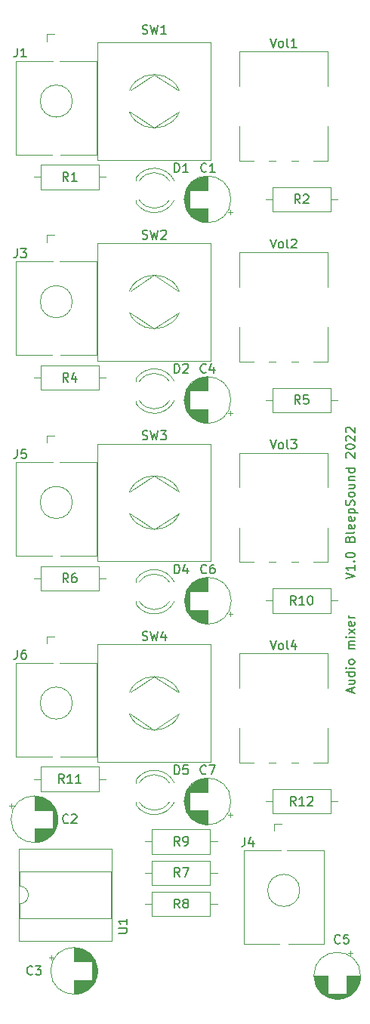
<source format=gto>
G04 #@! TF.GenerationSoftware,KiCad,Pcbnew,(6.0.0)*
G04 #@! TF.CreationDate,2022-02-14T14:07:25+01:00*
G04 #@! TF.ProjectId,Basic-mixer,42617369-632d-46d6-9978-65722e6b6963,rev?*
G04 #@! TF.SameCoordinates,Original*
G04 #@! TF.FileFunction,Legend,Top*
G04 #@! TF.FilePolarity,Positive*
%FSLAX46Y46*%
G04 Gerber Fmt 4.6, Leading zero omitted, Abs format (unit mm)*
G04 Created by KiCad (PCBNEW (6.0.0)) date 2022-02-14 14:07:25*
%MOMM*%
%LPD*%
G01*
G04 APERTURE LIST*
%ADD10C,0.150000*%
%ADD11C,0.120000*%
%ADD12C,4.000000*%
%ADD13C,1.800000*%
%ADD14R,1.600000X1.600000*%
%ADD15C,1.600000*%
%ADD16O,3.700000X2.400000*%
%ADD17O,1.600000X1.600000*%
%ADD18R,1.800000X1.800000*%
%ADD19R,1.930000X1.830000*%
%ADD20C,2.130000*%
%ADD21R,1.700000X1.700000*%
%ADD22O,1.700000X1.700000*%
G04 APERTURE END LIST*
D10*
X68666666Y-106261904D02*
X68666666Y-105785714D01*
X68952380Y-106357142D02*
X67952380Y-106023809D01*
X68952380Y-105690476D01*
X68285714Y-104928571D02*
X68952380Y-104928571D01*
X68285714Y-105357142D02*
X68809523Y-105357142D01*
X68904761Y-105309523D01*
X68952380Y-105214285D01*
X68952380Y-105071428D01*
X68904761Y-104976190D01*
X68857142Y-104928571D01*
X68952380Y-104023809D02*
X67952380Y-104023809D01*
X68904761Y-104023809D02*
X68952380Y-104119047D01*
X68952380Y-104309523D01*
X68904761Y-104404761D01*
X68857142Y-104452380D01*
X68761904Y-104500000D01*
X68476190Y-104500000D01*
X68380952Y-104452380D01*
X68333333Y-104404761D01*
X68285714Y-104309523D01*
X68285714Y-104119047D01*
X68333333Y-104023809D01*
X68952380Y-103547619D02*
X68285714Y-103547619D01*
X67952380Y-103547619D02*
X68000000Y-103595238D01*
X68047619Y-103547619D01*
X68000000Y-103500000D01*
X67952380Y-103547619D01*
X68047619Y-103547619D01*
X68952380Y-102928571D02*
X68904761Y-103023809D01*
X68857142Y-103071428D01*
X68761904Y-103119047D01*
X68476190Y-103119047D01*
X68380952Y-103071428D01*
X68333333Y-103023809D01*
X68285714Y-102928571D01*
X68285714Y-102785714D01*
X68333333Y-102690476D01*
X68380952Y-102642857D01*
X68476190Y-102595238D01*
X68761904Y-102595238D01*
X68857142Y-102642857D01*
X68904761Y-102690476D01*
X68952380Y-102785714D01*
X68952380Y-102928571D01*
X68952380Y-101404761D02*
X68285714Y-101404761D01*
X68380952Y-101404761D02*
X68333333Y-101357142D01*
X68285714Y-101261904D01*
X68285714Y-101119047D01*
X68333333Y-101023809D01*
X68428571Y-100976190D01*
X68952380Y-100976190D01*
X68428571Y-100976190D02*
X68333333Y-100928571D01*
X68285714Y-100833333D01*
X68285714Y-100690476D01*
X68333333Y-100595238D01*
X68428571Y-100547619D01*
X68952380Y-100547619D01*
X68952380Y-100071428D02*
X68285714Y-100071428D01*
X67952380Y-100071428D02*
X68000000Y-100119047D01*
X68047619Y-100071428D01*
X68000000Y-100023809D01*
X67952380Y-100071428D01*
X68047619Y-100071428D01*
X68952380Y-99690476D02*
X68285714Y-99166666D01*
X68285714Y-99690476D02*
X68952380Y-99166666D01*
X68904761Y-98404761D02*
X68952380Y-98500000D01*
X68952380Y-98690476D01*
X68904761Y-98785714D01*
X68809523Y-98833333D01*
X68428571Y-98833333D01*
X68333333Y-98785714D01*
X68285714Y-98690476D01*
X68285714Y-98500000D01*
X68333333Y-98404761D01*
X68428571Y-98357142D01*
X68523809Y-98357142D01*
X68619047Y-98833333D01*
X68952380Y-97928571D02*
X68285714Y-97928571D01*
X68476190Y-97928571D02*
X68380952Y-97880952D01*
X68333333Y-97833333D01*
X68285714Y-97738095D01*
X68285714Y-97642857D01*
X67952380Y-93547619D02*
X68952380Y-93214285D01*
X67952380Y-92880952D01*
X68952380Y-92023809D02*
X68952380Y-92595238D01*
X68952380Y-92309523D02*
X67952380Y-92309523D01*
X68095238Y-92404761D01*
X68190476Y-92500000D01*
X68238095Y-92595238D01*
X68857142Y-91595238D02*
X68904761Y-91547619D01*
X68952380Y-91595238D01*
X68904761Y-91642857D01*
X68857142Y-91595238D01*
X68952380Y-91595238D01*
X67952380Y-90928571D02*
X67952380Y-90833333D01*
X68000000Y-90738095D01*
X68047619Y-90690476D01*
X68142857Y-90642857D01*
X68333333Y-90595238D01*
X68571428Y-90595238D01*
X68761904Y-90642857D01*
X68857142Y-90690476D01*
X68904761Y-90738095D01*
X68952380Y-90833333D01*
X68952380Y-90928571D01*
X68904761Y-91023809D01*
X68857142Y-91071428D01*
X68761904Y-91119047D01*
X68571428Y-91166666D01*
X68333333Y-91166666D01*
X68142857Y-91119047D01*
X68047619Y-91071428D01*
X68000000Y-91023809D01*
X67952380Y-90928571D01*
X68428571Y-89071428D02*
X68476190Y-88928571D01*
X68523809Y-88880952D01*
X68619047Y-88833333D01*
X68761904Y-88833333D01*
X68857142Y-88880952D01*
X68904761Y-88928571D01*
X68952380Y-89023809D01*
X68952380Y-89404761D01*
X67952380Y-89404761D01*
X67952380Y-89071428D01*
X68000000Y-88976190D01*
X68047619Y-88928571D01*
X68142857Y-88880952D01*
X68238095Y-88880952D01*
X68333333Y-88928571D01*
X68380952Y-88976190D01*
X68428571Y-89071428D01*
X68428571Y-89404761D01*
X68952380Y-88261904D02*
X68904761Y-88357142D01*
X68809523Y-88404761D01*
X67952380Y-88404761D01*
X68904761Y-87500000D02*
X68952380Y-87595238D01*
X68952380Y-87785714D01*
X68904761Y-87880952D01*
X68809523Y-87928571D01*
X68428571Y-87928571D01*
X68333333Y-87880952D01*
X68285714Y-87785714D01*
X68285714Y-87595238D01*
X68333333Y-87500000D01*
X68428571Y-87452380D01*
X68523809Y-87452380D01*
X68619047Y-87928571D01*
X68904761Y-86642857D02*
X68952380Y-86738095D01*
X68952380Y-86928571D01*
X68904761Y-87023809D01*
X68809523Y-87071428D01*
X68428571Y-87071428D01*
X68333333Y-87023809D01*
X68285714Y-86928571D01*
X68285714Y-86738095D01*
X68333333Y-86642857D01*
X68428571Y-86595238D01*
X68523809Y-86595238D01*
X68619047Y-87071428D01*
X68285714Y-86166666D02*
X69285714Y-86166666D01*
X68333333Y-86166666D02*
X68285714Y-86071428D01*
X68285714Y-85880952D01*
X68333333Y-85785714D01*
X68380952Y-85738095D01*
X68476190Y-85690476D01*
X68761904Y-85690476D01*
X68857142Y-85738095D01*
X68904761Y-85785714D01*
X68952380Y-85880952D01*
X68952380Y-86071428D01*
X68904761Y-86166666D01*
X68904761Y-85309523D02*
X68952380Y-85166666D01*
X68952380Y-84928571D01*
X68904761Y-84833333D01*
X68857142Y-84785714D01*
X68761904Y-84738095D01*
X68666666Y-84738095D01*
X68571428Y-84785714D01*
X68523809Y-84833333D01*
X68476190Y-84928571D01*
X68428571Y-85119047D01*
X68380952Y-85214285D01*
X68333333Y-85261904D01*
X68238095Y-85309523D01*
X68142857Y-85309523D01*
X68047619Y-85261904D01*
X68000000Y-85214285D01*
X67952380Y-85119047D01*
X67952380Y-84880952D01*
X68000000Y-84738095D01*
X68952380Y-84166666D02*
X68904761Y-84261904D01*
X68857142Y-84309523D01*
X68761904Y-84357142D01*
X68476190Y-84357142D01*
X68380952Y-84309523D01*
X68333333Y-84261904D01*
X68285714Y-84166666D01*
X68285714Y-84023809D01*
X68333333Y-83928571D01*
X68380952Y-83880952D01*
X68476190Y-83833333D01*
X68761904Y-83833333D01*
X68857142Y-83880952D01*
X68904761Y-83928571D01*
X68952380Y-84023809D01*
X68952380Y-84166666D01*
X68285714Y-82976190D02*
X68952380Y-82976190D01*
X68285714Y-83404761D02*
X68809523Y-83404761D01*
X68904761Y-83357142D01*
X68952380Y-83261904D01*
X68952380Y-83119047D01*
X68904761Y-83023809D01*
X68857142Y-82976190D01*
X68285714Y-82500000D02*
X68952380Y-82500000D01*
X68380952Y-82500000D02*
X68333333Y-82452380D01*
X68285714Y-82357142D01*
X68285714Y-82214285D01*
X68333333Y-82119047D01*
X68428571Y-82071428D01*
X68952380Y-82071428D01*
X68952380Y-81166666D02*
X67952380Y-81166666D01*
X68904761Y-81166666D02*
X68952380Y-81261904D01*
X68952380Y-81452380D01*
X68904761Y-81547619D01*
X68857142Y-81595238D01*
X68761904Y-81642857D01*
X68476190Y-81642857D01*
X68380952Y-81595238D01*
X68333333Y-81547619D01*
X68285714Y-81452380D01*
X68285714Y-81261904D01*
X68333333Y-81166666D01*
X68047619Y-79976190D02*
X68000000Y-79928571D01*
X67952380Y-79833333D01*
X67952380Y-79595238D01*
X68000000Y-79500000D01*
X68047619Y-79452380D01*
X68142857Y-79404761D01*
X68238095Y-79404761D01*
X68380952Y-79452380D01*
X68952380Y-80023809D01*
X68952380Y-79404761D01*
X67952380Y-78785714D02*
X67952380Y-78690476D01*
X68000000Y-78595238D01*
X68047619Y-78547619D01*
X68142857Y-78500000D01*
X68333333Y-78452380D01*
X68571428Y-78452380D01*
X68761904Y-78500000D01*
X68857142Y-78547619D01*
X68904761Y-78595238D01*
X68952380Y-78690476D01*
X68952380Y-78785714D01*
X68904761Y-78880952D01*
X68857142Y-78928571D01*
X68761904Y-78976190D01*
X68571428Y-79023809D01*
X68333333Y-79023809D01*
X68142857Y-78976190D01*
X68047619Y-78928571D01*
X68000000Y-78880952D01*
X67952380Y-78785714D01*
X68047619Y-78071428D02*
X68000000Y-78023809D01*
X67952380Y-77928571D01*
X67952380Y-77690476D01*
X68000000Y-77595238D01*
X68047619Y-77547619D01*
X68142857Y-77500000D01*
X68238095Y-77500000D01*
X68380952Y-77547619D01*
X68952380Y-78119047D01*
X68952380Y-77500000D01*
X68047619Y-77119047D02*
X68000000Y-77071428D01*
X67952380Y-76976190D01*
X67952380Y-76738095D01*
X68000000Y-76642857D01*
X68047619Y-76595238D01*
X68142857Y-76547619D01*
X68238095Y-76547619D01*
X68380952Y-76595238D01*
X68952380Y-77166666D01*
X68952380Y-76547619D01*
X59476190Y-77952380D02*
X59809523Y-78952380D01*
X60142857Y-77952380D01*
X60619047Y-78952380D02*
X60523809Y-78904761D01*
X60476190Y-78857142D01*
X60428571Y-78761904D01*
X60428571Y-78476190D01*
X60476190Y-78380952D01*
X60523809Y-78333333D01*
X60619047Y-78285714D01*
X60761904Y-78285714D01*
X60857142Y-78333333D01*
X60904761Y-78380952D01*
X60952380Y-78476190D01*
X60952380Y-78761904D01*
X60904761Y-78857142D01*
X60857142Y-78904761D01*
X60761904Y-78952380D01*
X60619047Y-78952380D01*
X61523809Y-78952380D02*
X61428571Y-78904761D01*
X61380952Y-78809523D01*
X61380952Y-77952380D01*
X61809523Y-77952380D02*
X62428571Y-77952380D01*
X62095238Y-78333333D01*
X62238095Y-78333333D01*
X62333333Y-78380952D01*
X62380952Y-78428571D01*
X62428571Y-78523809D01*
X62428571Y-78761904D01*
X62380952Y-78857142D01*
X62333333Y-78904761D01*
X62238095Y-78952380D01*
X61952380Y-78952380D01*
X61857142Y-78904761D01*
X61809523Y-78857142D01*
X59476190Y-100452380D02*
X59809523Y-101452380D01*
X60142857Y-100452380D01*
X60619047Y-101452380D02*
X60523809Y-101404761D01*
X60476190Y-101357142D01*
X60428571Y-101261904D01*
X60428571Y-100976190D01*
X60476190Y-100880952D01*
X60523809Y-100833333D01*
X60619047Y-100785714D01*
X60761904Y-100785714D01*
X60857142Y-100833333D01*
X60904761Y-100880952D01*
X60952380Y-100976190D01*
X60952380Y-101261904D01*
X60904761Y-101357142D01*
X60857142Y-101404761D01*
X60761904Y-101452380D01*
X60619047Y-101452380D01*
X61523809Y-101452380D02*
X61428571Y-101404761D01*
X61380952Y-101309523D01*
X61380952Y-100452380D01*
X62333333Y-100785714D02*
X62333333Y-101452380D01*
X62095238Y-100404761D02*
X61857142Y-101119047D01*
X62476190Y-101119047D01*
X36833333Y-120857142D02*
X36785714Y-120904761D01*
X36642857Y-120952380D01*
X36547619Y-120952380D01*
X36404761Y-120904761D01*
X36309523Y-120809523D01*
X36261904Y-120714285D01*
X36214285Y-120523809D01*
X36214285Y-120380952D01*
X36261904Y-120190476D01*
X36309523Y-120095238D01*
X36404761Y-120000000D01*
X36547619Y-119952380D01*
X36642857Y-119952380D01*
X36785714Y-120000000D01*
X36833333Y-120047619D01*
X37214285Y-120047619D02*
X37261904Y-120000000D01*
X37357142Y-119952380D01*
X37595238Y-119952380D01*
X37690476Y-120000000D01*
X37738095Y-120047619D01*
X37785714Y-120142857D01*
X37785714Y-120238095D01*
X37738095Y-120380952D01*
X37166666Y-120952380D01*
X37785714Y-120952380D01*
X45166666Y-100404761D02*
X45309523Y-100452380D01*
X45547619Y-100452380D01*
X45642857Y-100404761D01*
X45690476Y-100357142D01*
X45738095Y-100261904D01*
X45738095Y-100166666D01*
X45690476Y-100071428D01*
X45642857Y-100023809D01*
X45547619Y-99976190D01*
X45357142Y-99928571D01*
X45261904Y-99880952D01*
X45214285Y-99833333D01*
X45166666Y-99738095D01*
X45166666Y-99642857D01*
X45214285Y-99547619D01*
X45261904Y-99500000D01*
X45357142Y-99452380D01*
X45595238Y-99452380D01*
X45738095Y-99500000D01*
X46071428Y-99452380D02*
X46309523Y-100452380D01*
X46500000Y-99738095D01*
X46690476Y-100452380D01*
X46928571Y-99452380D01*
X47738095Y-99785714D02*
X47738095Y-100452380D01*
X47500000Y-99404761D02*
X47261904Y-100119047D01*
X47880952Y-100119047D01*
X49333333Y-123452380D02*
X49000000Y-122976190D01*
X48761904Y-123452380D02*
X48761904Y-122452380D01*
X49142857Y-122452380D01*
X49238095Y-122500000D01*
X49285714Y-122547619D01*
X49333333Y-122642857D01*
X49333333Y-122785714D01*
X49285714Y-122880952D01*
X49238095Y-122928571D01*
X49142857Y-122976190D01*
X48761904Y-122976190D01*
X49809523Y-123452380D02*
X50000000Y-123452380D01*
X50095238Y-123404761D01*
X50142857Y-123357142D01*
X50238095Y-123214285D01*
X50285714Y-123023809D01*
X50285714Y-122642857D01*
X50238095Y-122547619D01*
X50190476Y-122500000D01*
X50095238Y-122452380D01*
X49904761Y-122452380D01*
X49809523Y-122500000D01*
X49761904Y-122547619D01*
X49714285Y-122642857D01*
X49714285Y-122880952D01*
X49761904Y-122976190D01*
X49809523Y-123023809D01*
X49904761Y-123071428D01*
X50095238Y-123071428D01*
X50190476Y-123023809D01*
X50238095Y-122976190D01*
X50285714Y-122880952D01*
X48761904Y-70452380D02*
X48761904Y-69452380D01*
X49000000Y-69452380D01*
X49142857Y-69500000D01*
X49238095Y-69595238D01*
X49285714Y-69690476D01*
X49333333Y-69880952D01*
X49333333Y-70023809D01*
X49285714Y-70214285D01*
X49238095Y-70309523D01*
X49142857Y-70404761D01*
X49000000Y-70452380D01*
X48761904Y-70452380D01*
X49714285Y-69547619D02*
X49761904Y-69500000D01*
X49857142Y-69452380D01*
X50095238Y-69452380D01*
X50190476Y-69500000D01*
X50238095Y-69547619D01*
X50285714Y-69642857D01*
X50285714Y-69738095D01*
X50238095Y-69880952D01*
X49666666Y-70452380D01*
X50285714Y-70452380D01*
X62357142Y-118952380D02*
X62023809Y-118476190D01*
X61785714Y-118952380D02*
X61785714Y-117952380D01*
X62166666Y-117952380D01*
X62261904Y-118000000D01*
X62309523Y-118047619D01*
X62357142Y-118142857D01*
X62357142Y-118285714D01*
X62309523Y-118380952D01*
X62261904Y-118428571D01*
X62166666Y-118476190D01*
X61785714Y-118476190D01*
X63309523Y-118952380D02*
X62738095Y-118952380D01*
X63023809Y-118952380D02*
X63023809Y-117952380D01*
X62928571Y-118095238D01*
X62833333Y-118190476D01*
X62738095Y-118238095D01*
X63690476Y-118047619D02*
X63738095Y-118000000D01*
X63833333Y-117952380D01*
X64071428Y-117952380D01*
X64166666Y-118000000D01*
X64214285Y-118047619D01*
X64261904Y-118142857D01*
X64261904Y-118238095D01*
X64214285Y-118380952D01*
X63642857Y-118952380D01*
X64261904Y-118952380D01*
X52333333Y-92857142D02*
X52285714Y-92904761D01*
X52142857Y-92952380D01*
X52047619Y-92952380D01*
X51904761Y-92904761D01*
X51809523Y-92809523D01*
X51761904Y-92714285D01*
X51714285Y-92523809D01*
X51714285Y-92380952D01*
X51761904Y-92190476D01*
X51809523Y-92095238D01*
X51904761Y-92000000D01*
X52047619Y-91952380D01*
X52142857Y-91952380D01*
X52285714Y-92000000D01*
X52333333Y-92047619D01*
X53190476Y-91952380D02*
X53000000Y-91952380D01*
X52904761Y-92000000D01*
X52857142Y-92047619D01*
X52761904Y-92190476D01*
X52714285Y-92380952D01*
X52714285Y-92761904D01*
X52761904Y-92857142D01*
X52809523Y-92904761D01*
X52904761Y-92952380D01*
X53095238Y-92952380D01*
X53190476Y-92904761D01*
X53238095Y-92857142D01*
X53285714Y-92761904D01*
X53285714Y-92523809D01*
X53238095Y-92428571D01*
X53190476Y-92380952D01*
X53095238Y-92333333D01*
X52904761Y-92333333D01*
X52809523Y-92380952D01*
X52761904Y-92428571D01*
X52714285Y-92523809D01*
X62357142Y-96452380D02*
X62023809Y-95976190D01*
X61785714Y-96452380D02*
X61785714Y-95452380D01*
X62166666Y-95452380D01*
X62261904Y-95500000D01*
X62309523Y-95547619D01*
X62357142Y-95642857D01*
X62357142Y-95785714D01*
X62309523Y-95880952D01*
X62261904Y-95928571D01*
X62166666Y-95976190D01*
X61785714Y-95976190D01*
X63309523Y-96452380D02*
X62738095Y-96452380D01*
X63023809Y-96452380D02*
X63023809Y-95452380D01*
X62928571Y-95595238D01*
X62833333Y-95690476D01*
X62738095Y-95738095D01*
X63928571Y-95452380D02*
X64023809Y-95452380D01*
X64119047Y-95500000D01*
X64166666Y-95547619D01*
X64214285Y-95642857D01*
X64261904Y-95833333D01*
X64261904Y-96071428D01*
X64214285Y-96261904D01*
X64166666Y-96357142D01*
X64119047Y-96404761D01*
X64023809Y-96452380D01*
X63928571Y-96452380D01*
X63833333Y-96404761D01*
X63785714Y-96357142D01*
X63738095Y-96261904D01*
X63690476Y-96071428D01*
X63690476Y-95833333D01*
X63738095Y-95642857D01*
X63785714Y-95547619D01*
X63833333Y-95500000D01*
X63928571Y-95452380D01*
X59476190Y-55452380D02*
X59809523Y-56452380D01*
X60142857Y-55452380D01*
X60619047Y-56452380D02*
X60523809Y-56404761D01*
X60476190Y-56357142D01*
X60428571Y-56261904D01*
X60428571Y-55976190D01*
X60476190Y-55880952D01*
X60523809Y-55833333D01*
X60619047Y-55785714D01*
X60761904Y-55785714D01*
X60857142Y-55833333D01*
X60904761Y-55880952D01*
X60952380Y-55976190D01*
X60952380Y-56261904D01*
X60904761Y-56357142D01*
X60857142Y-56404761D01*
X60761904Y-56452380D01*
X60619047Y-56452380D01*
X61523809Y-56452380D02*
X61428571Y-56404761D01*
X61380952Y-56309523D01*
X61380952Y-55452380D01*
X61857142Y-55547619D02*
X61904761Y-55500000D01*
X62000000Y-55452380D01*
X62238095Y-55452380D01*
X62333333Y-55500000D01*
X62380952Y-55547619D01*
X62428571Y-55642857D01*
X62428571Y-55738095D01*
X62380952Y-55880952D01*
X61809523Y-56452380D01*
X62428571Y-56452380D01*
X36833333Y-48952380D02*
X36500000Y-48476190D01*
X36261904Y-48952380D02*
X36261904Y-47952380D01*
X36642857Y-47952380D01*
X36738095Y-48000000D01*
X36785714Y-48047619D01*
X36833333Y-48142857D01*
X36833333Y-48285714D01*
X36785714Y-48380952D01*
X36738095Y-48428571D01*
X36642857Y-48476190D01*
X36261904Y-48476190D01*
X37785714Y-48952380D02*
X37214285Y-48952380D01*
X37500000Y-48952380D02*
X37500000Y-47952380D01*
X37404761Y-48095238D01*
X37309523Y-48190476D01*
X37214285Y-48238095D01*
X36357142Y-116452380D02*
X36023809Y-115976190D01*
X35785714Y-116452380D02*
X35785714Y-115452380D01*
X36166666Y-115452380D01*
X36261904Y-115500000D01*
X36309523Y-115547619D01*
X36357142Y-115642857D01*
X36357142Y-115785714D01*
X36309523Y-115880952D01*
X36261904Y-115928571D01*
X36166666Y-115976190D01*
X35785714Y-115976190D01*
X37309523Y-116452380D02*
X36738095Y-116452380D01*
X37023809Y-116452380D02*
X37023809Y-115452380D01*
X36928571Y-115595238D01*
X36833333Y-115690476D01*
X36738095Y-115738095D01*
X38261904Y-116452380D02*
X37690476Y-116452380D01*
X37976190Y-116452380D02*
X37976190Y-115452380D01*
X37880952Y-115595238D01*
X37785714Y-115690476D01*
X37690476Y-115738095D01*
X48761904Y-92952380D02*
X48761904Y-91952380D01*
X49000000Y-91952380D01*
X49142857Y-92000000D01*
X49238095Y-92095238D01*
X49285714Y-92190476D01*
X49333333Y-92380952D01*
X49333333Y-92523809D01*
X49285714Y-92714285D01*
X49238095Y-92809523D01*
X49142857Y-92904761D01*
X49000000Y-92952380D01*
X48761904Y-92952380D01*
X50190476Y-92285714D02*
X50190476Y-92952380D01*
X49952380Y-91904761D02*
X49714285Y-92619047D01*
X50333333Y-92619047D01*
X36833333Y-71452380D02*
X36500000Y-70976190D01*
X36261904Y-71452380D02*
X36261904Y-70452380D01*
X36642857Y-70452380D01*
X36738095Y-70500000D01*
X36785714Y-70547619D01*
X36833333Y-70642857D01*
X36833333Y-70785714D01*
X36785714Y-70880952D01*
X36738095Y-70928571D01*
X36642857Y-70976190D01*
X36261904Y-70976190D01*
X37690476Y-70785714D02*
X37690476Y-71452380D01*
X37452380Y-70404761D02*
X37214285Y-71119047D01*
X37833333Y-71119047D01*
X67333333Y-134357142D02*
X67285714Y-134404761D01*
X67142857Y-134452380D01*
X67047619Y-134452380D01*
X66904761Y-134404761D01*
X66809523Y-134309523D01*
X66761904Y-134214285D01*
X66714285Y-134023809D01*
X66714285Y-133880952D01*
X66761904Y-133690476D01*
X66809523Y-133595238D01*
X66904761Y-133500000D01*
X67047619Y-133452380D01*
X67142857Y-133452380D01*
X67285714Y-133500000D01*
X67333333Y-133547619D01*
X68238095Y-133452380D02*
X67761904Y-133452380D01*
X67714285Y-133928571D01*
X67761904Y-133880952D01*
X67857142Y-133833333D01*
X68095238Y-133833333D01*
X68190476Y-133880952D01*
X68238095Y-133928571D01*
X68285714Y-134023809D01*
X68285714Y-134261904D01*
X68238095Y-134357142D01*
X68190476Y-134404761D01*
X68095238Y-134452380D01*
X67857142Y-134452380D01*
X67761904Y-134404761D01*
X67714285Y-134357142D01*
X31136666Y-101532380D02*
X31136666Y-102246666D01*
X31089047Y-102389523D01*
X30993809Y-102484761D01*
X30850952Y-102532380D01*
X30755714Y-102532380D01*
X32041428Y-101532380D02*
X31850952Y-101532380D01*
X31755714Y-101580000D01*
X31708095Y-101627619D01*
X31612857Y-101770476D01*
X31565238Y-101960952D01*
X31565238Y-102341904D01*
X31612857Y-102437142D01*
X31660476Y-102484761D01*
X31755714Y-102532380D01*
X31946190Y-102532380D01*
X32041428Y-102484761D01*
X32089047Y-102437142D01*
X32136666Y-102341904D01*
X32136666Y-102103809D01*
X32089047Y-102008571D01*
X32041428Y-101960952D01*
X31946190Y-101913333D01*
X31755714Y-101913333D01*
X31660476Y-101960952D01*
X31612857Y-102008571D01*
X31565238Y-102103809D01*
X49333333Y-130452380D02*
X49000000Y-129976190D01*
X48761904Y-130452380D02*
X48761904Y-129452380D01*
X49142857Y-129452380D01*
X49238095Y-129500000D01*
X49285714Y-129547619D01*
X49333333Y-129642857D01*
X49333333Y-129785714D01*
X49285714Y-129880952D01*
X49238095Y-129928571D01*
X49142857Y-129976190D01*
X48761904Y-129976190D01*
X49904761Y-129880952D02*
X49809523Y-129833333D01*
X49761904Y-129785714D01*
X49714285Y-129690476D01*
X49714285Y-129642857D01*
X49761904Y-129547619D01*
X49809523Y-129500000D01*
X49904761Y-129452380D01*
X50095238Y-129452380D01*
X50190476Y-129500000D01*
X50238095Y-129547619D01*
X50285714Y-129642857D01*
X50285714Y-129690476D01*
X50238095Y-129785714D01*
X50190476Y-129833333D01*
X50095238Y-129880952D01*
X49904761Y-129880952D01*
X49809523Y-129928571D01*
X49761904Y-129976190D01*
X49714285Y-130071428D01*
X49714285Y-130261904D01*
X49761904Y-130357142D01*
X49809523Y-130404761D01*
X49904761Y-130452380D01*
X50095238Y-130452380D01*
X50190476Y-130404761D01*
X50238095Y-130357142D01*
X50285714Y-130261904D01*
X50285714Y-130071428D01*
X50238095Y-129976190D01*
X50190476Y-129928571D01*
X50095238Y-129880952D01*
X45166666Y-32404761D02*
X45309523Y-32452380D01*
X45547619Y-32452380D01*
X45642857Y-32404761D01*
X45690476Y-32357142D01*
X45738095Y-32261904D01*
X45738095Y-32166666D01*
X45690476Y-32071428D01*
X45642857Y-32023809D01*
X45547619Y-31976190D01*
X45357142Y-31928571D01*
X45261904Y-31880952D01*
X45214285Y-31833333D01*
X45166666Y-31738095D01*
X45166666Y-31642857D01*
X45214285Y-31547619D01*
X45261904Y-31500000D01*
X45357142Y-31452380D01*
X45595238Y-31452380D01*
X45738095Y-31500000D01*
X46071428Y-31452380D02*
X46309523Y-32452380D01*
X46500000Y-31738095D01*
X46690476Y-32452380D01*
X46928571Y-31452380D01*
X47833333Y-32452380D02*
X47261904Y-32452380D01*
X47547619Y-32452380D02*
X47547619Y-31452380D01*
X47452380Y-31595238D01*
X47357142Y-31690476D01*
X47261904Y-31738095D01*
X59476190Y-32952380D02*
X59809523Y-33952380D01*
X60142857Y-32952380D01*
X60619047Y-33952380D02*
X60523809Y-33904761D01*
X60476190Y-33857142D01*
X60428571Y-33761904D01*
X60428571Y-33476190D01*
X60476190Y-33380952D01*
X60523809Y-33333333D01*
X60619047Y-33285714D01*
X60761904Y-33285714D01*
X60857142Y-33333333D01*
X60904761Y-33380952D01*
X60952380Y-33476190D01*
X60952380Y-33761904D01*
X60904761Y-33857142D01*
X60857142Y-33904761D01*
X60761904Y-33952380D01*
X60619047Y-33952380D01*
X61523809Y-33952380D02*
X61428571Y-33904761D01*
X61380952Y-33809523D01*
X61380952Y-32952380D01*
X62428571Y-33952380D02*
X61857142Y-33952380D01*
X62142857Y-33952380D02*
X62142857Y-32952380D01*
X62047619Y-33095238D01*
X61952380Y-33190476D01*
X61857142Y-33238095D01*
X36833333Y-93952380D02*
X36500000Y-93476190D01*
X36261904Y-93952380D02*
X36261904Y-92952380D01*
X36642857Y-92952380D01*
X36738095Y-93000000D01*
X36785714Y-93047619D01*
X36833333Y-93142857D01*
X36833333Y-93285714D01*
X36785714Y-93380952D01*
X36738095Y-93428571D01*
X36642857Y-93476190D01*
X36261904Y-93476190D01*
X37690476Y-92952380D02*
X37500000Y-92952380D01*
X37404761Y-93000000D01*
X37357142Y-93047619D01*
X37261904Y-93190476D01*
X37214285Y-93380952D01*
X37214285Y-93761904D01*
X37261904Y-93857142D01*
X37309523Y-93904761D01*
X37404761Y-93952380D01*
X37595238Y-93952380D01*
X37690476Y-93904761D01*
X37738095Y-93857142D01*
X37785714Y-93761904D01*
X37785714Y-93523809D01*
X37738095Y-93428571D01*
X37690476Y-93380952D01*
X37595238Y-93333333D01*
X37404761Y-93333333D01*
X37309523Y-93380952D01*
X37261904Y-93428571D01*
X37214285Y-93523809D01*
X48761904Y-115452380D02*
X48761904Y-114452380D01*
X49000000Y-114452380D01*
X49142857Y-114500000D01*
X49238095Y-114595238D01*
X49285714Y-114690476D01*
X49333333Y-114880952D01*
X49333333Y-115023809D01*
X49285714Y-115214285D01*
X49238095Y-115309523D01*
X49142857Y-115404761D01*
X49000000Y-115452380D01*
X48761904Y-115452380D01*
X50238095Y-114452380D02*
X49761904Y-114452380D01*
X49714285Y-114928571D01*
X49761904Y-114880952D01*
X49857142Y-114833333D01*
X50095238Y-114833333D01*
X50190476Y-114880952D01*
X50238095Y-114928571D01*
X50285714Y-115023809D01*
X50285714Y-115261904D01*
X50238095Y-115357142D01*
X50190476Y-115404761D01*
X50095238Y-115452380D01*
X49857142Y-115452380D01*
X49761904Y-115404761D01*
X49714285Y-115357142D01*
X62833333Y-73952380D02*
X62500000Y-73476190D01*
X62261904Y-73952380D02*
X62261904Y-72952380D01*
X62642857Y-72952380D01*
X62738095Y-73000000D01*
X62785714Y-73047619D01*
X62833333Y-73142857D01*
X62833333Y-73285714D01*
X62785714Y-73380952D01*
X62738095Y-73428571D01*
X62642857Y-73476190D01*
X62261904Y-73476190D01*
X63738095Y-72952380D02*
X63261904Y-72952380D01*
X63214285Y-73428571D01*
X63261904Y-73380952D01*
X63357142Y-73333333D01*
X63595238Y-73333333D01*
X63690476Y-73380952D01*
X63738095Y-73428571D01*
X63785714Y-73523809D01*
X63785714Y-73761904D01*
X63738095Y-73857142D01*
X63690476Y-73904761D01*
X63595238Y-73952380D01*
X63357142Y-73952380D01*
X63261904Y-73904761D01*
X63214285Y-73857142D01*
X52288445Y-115357142D02*
X52240826Y-115404761D01*
X52097969Y-115452380D01*
X52002731Y-115452380D01*
X51859873Y-115404761D01*
X51764635Y-115309523D01*
X51717016Y-115214285D01*
X51669397Y-115023809D01*
X51669397Y-114880952D01*
X51717016Y-114690476D01*
X51764635Y-114595238D01*
X51859873Y-114500000D01*
X52002731Y-114452380D01*
X52097969Y-114452380D01*
X52240826Y-114500000D01*
X52288445Y-114547619D01*
X52621778Y-114452380D02*
X53288445Y-114452380D01*
X52859873Y-115452380D01*
X62833333Y-51452380D02*
X62500000Y-50976190D01*
X62261904Y-51452380D02*
X62261904Y-50452380D01*
X62642857Y-50452380D01*
X62738095Y-50500000D01*
X62785714Y-50547619D01*
X62833333Y-50642857D01*
X62833333Y-50785714D01*
X62785714Y-50880952D01*
X62738095Y-50928571D01*
X62642857Y-50976190D01*
X62261904Y-50976190D01*
X63214285Y-50547619D02*
X63261904Y-50500000D01*
X63357142Y-50452380D01*
X63595238Y-50452380D01*
X63690476Y-50500000D01*
X63738095Y-50547619D01*
X63785714Y-50642857D01*
X63785714Y-50738095D01*
X63738095Y-50880952D01*
X63166666Y-51452380D01*
X63785714Y-51452380D01*
X31136666Y-56532380D02*
X31136666Y-57246666D01*
X31089047Y-57389523D01*
X30993809Y-57484761D01*
X30850952Y-57532380D01*
X30755714Y-57532380D01*
X31517619Y-56532380D02*
X32136666Y-56532380D01*
X31803333Y-56913333D01*
X31946190Y-56913333D01*
X32041428Y-56960952D01*
X32089047Y-57008571D01*
X32136666Y-57103809D01*
X32136666Y-57341904D01*
X32089047Y-57437142D01*
X32041428Y-57484761D01*
X31946190Y-57532380D01*
X31660476Y-57532380D01*
X31565238Y-57484761D01*
X31517619Y-57437142D01*
X45166666Y-77904761D02*
X45309523Y-77952380D01*
X45547619Y-77952380D01*
X45642857Y-77904761D01*
X45690476Y-77857142D01*
X45738095Y-77761904D01*
X45738095Y-77666666D01*
X45690476Y-77571428D01*
X45642857Y-77523809D01*
X45547619Y-77476190D01*
X45357142Y-77428571D01*
X45261904Y-77380952D01*
X45214285Y-77333333D01*
X45166666Y-77238095D01*
X45166666Y-77142857D01*
X45214285Y-77047619D01*
X45261904Y-77000000D01*
X45357142Y-76952380D01*
X45595238Y-76952380D01*
X45738095Y-77000000D01*
X46071428Y-76952380D02*
X46309523Y-77952380D01*
X46500000Y-77238095D01*
X46690476Y-77952380D01*
X46928571Y-76952380D01*
X47214285Y-76952380D02*
X47833333Y-76952380D01*
X47500000Y-77333333D01*
X47642857Y-77333333D01*
X47738095Y-77380952D01*
X47785714Y-77428571D01*
X47833333Y-77523809D01*
X47833333Y-77761904D01*
X47785714Y-77857142D01*
X47738095Y-77904761D01*
X47642857Y-77952380D01*
X47357142Y-77952380D01*
X47261904Y-77904761D01*
X47214285Y-77857142D01*
X45166666Y-55404761D02*
X45309523Y-55452380D01*
X45547619Y-55452380D01*
X45642857Y-55404761D01*
X45690476Y-55357142D01*
X45738095Y-55261904D01*
X45738095Y-55166666D01*
X45690476Y-55071428D01*
X45642857Y-55023809D01*
X45547619Y-54976190D01*
X45357142Y-54928571D01*
X45261904Y-54880952D01*
X45214285Y-54833333D01*
X45166666Y-54738095D01*
X45166666Y-54642857D01*
X45214285Y-54547619D01*
X45261904Y-54500000D01*
X45357142Y-54452380D01*
X45595238Y-54452380D01*
X45738095Y-54500000D01*
X46071428Y-54452380D02*
X46309523Y-55452380D01*
X46500000Y-54738095D01*
X46690476Y-55452380D01*
X46928571Y-54452380D01*
X47261904Y-54547619D02*
X47309523Y-54500000D01*
X47404761Y-54452380D01*
X47642857Y-54452380D01*
X47738095Y-54500000D01*
X47785714Y-54547619D01*
X47833333Y-54642857D01*
X47833333Y-54738095D01*
X47785714Y-54880952D01*
X47214285Y-55452380D01*
X47833333Y-55452380D01*
X31136666Y-34032380D02*
X31136666Y-34746666D01*
X31089047Y-34889523D01*
X30993809Y-34984761D01*
X30850952Y-35032380D01*
X30755714Y-35032380D01*
X32136666Y-35032380D02*
X31565238Y-35032380D01*
X31850952Y-35032380D02*
X31850952Y-34032380D01*
X31755714Y-34175238D01*
X31660476Y-34270476D01*
X31565238Y-34318095D01*
X49333333Y-126952380D02*
X49000000Y-126476190D01*
X48761904Y-126952380D02*
X48761904Y-125952380D01*
X49142857Y-125952380D01*
X49238095Y-126000000D01*
X49285714Y-126047619D01*
X49333333Y-126142857D01*
X49333333Y-126285714D01*
X49285714Y-126380952D01*
X49238095Y-126428571D01*
X49142857Y-126476190D01*
X48761904Y-126476190D01*
X49666666Y-125952380D02*
X50333333Y-125952380D01*
X49904761Y-126952380D01*
X48761904Y-47952380D02*
X48761904Y-46952380D01*
X49000000Y-46952380D01*
X49142857Y-47000000D01*
X49238095Y-47095238D01*
X49285714Y-47190476D01*
X49333333Y-47380952D01*
X49333333Y-47523809D01*
X49285714Y-47714285D01*
X49238095Y-47809523D01*
X49142857Y-47904761D01*
X49000000Y-47952380D01*
X48761904Y-47952380D01*
X50285714Y-47952380D02*
X49714285Y-47952380D01*
X50000000Y-47952380D02*
X50000000Y-46952380D01*
X49904761Y-47095238D01*
X49809523Y-47190476D01*
X49714285Y-47238095D01*
X52333334Y-47857142D02*
X52285715Y-47904761D01*
X52142858Y-47952380D01*
X52047620Y-47952380D01*
X51904762Y-47904761D01*
X51809524Y-47809523D01*
X51761905Y-47714285D01*
X51714286Y-47523809D01*
X51714286Y-47380952D01*
X51761905Y-47190476D01*
X51809524Y-47095238D01*
X51904762Y-47000000D01*
X52047620Y-46952380D01*
X52142858Y-46952380D01*
X52285715Y-47000000D01*
X52333334Y-47047619D01*
X53285715Y-47952380D02*
X52714286Y-47952380D01*
X53000001Y-47952380D02*
X53000001Y-46952380D01*
X52904762Y-47095238D01*
X52809524Y-47190476D01*
X52714286Y-47238095D01*
X52288445Y-70357142D02*
X52240826Y-70404761D01*
X52097969Y-70452380D01*
X52002731Y-70452380D01*
X51859873Y-70404761D01*
X51764635Y-70309523D01*
X51717016Y-70214285D01*
X51669397Y-70023809D01*
X51669397Y-69880952D01*
X51717016Y-69690476D01*
X51764635Y-69595238D01*
X51859873Y-69500000D01*
X52002731Y-69452380D01*
X52097969Y-69452380D01*
X52240826Y-69500000D01*
X52288445Y-69547619D01*
X53145588Y-69785714D02*
X53145588Y-70452380D01*
X52907492Y-69404761D02*
X52669397Y-70119047D01*
X53288445Y-70119047D01*
X32833333Y-137857142D02*
X32785714Y-137904761D01*
X32642857Y-137952380D01*
X32547619Y-137952380D01*
X32404761Y-137904761D01*
X32309523Y-137809523D01*
X32261904Y-137714285D01*
X32214285Y-137523809D01*
X32214285Y-137380952D01*
X32261904Y-137190476D01*
X32309523Y-137095238D01*
X32404761Y-137000000D01*
X32547619Y-136952380D01*
X32642857Y-136952380D01*
X32785714Y-137000000D01*
X32833333Y-137047619D01*
X33166666Y-136952380D02*
X33785714Y-136952380D01*
X33452380Y-137333333D01*
X33595238Y-137333333D01*
X33690476Y-137380952D01*
X33738095Y-137428571D01*
X33785714Y-137523809D01*
X33785714Y-137761904D01*
X33738095Y-137857142D01*
X33690476Y-137904761D01*
X33595238Y-137952380D01*
X33309523Y-137952380D01*
X33214285Y-137904761D01*
X33166666Y-137857142D01*
X31136666Y-79032380D02*
X31136666Y-79746666D01*
X31089047Y-79889523D01*
X30993809Y-79984761D01*
X30850952Y-80032380D01*
X30755714Y-80032380D01*
X32089047Y-79032380D02*
X31612857Y-79032380D01*
X31565238Y-79508571D01*
X31612857Y-79460952D01*
X31708095Y-79413333D01*
X31946190Y-79413333D01*
X32041428Y-79460952D01*
X32089047Y-79508571D01*
X32136666Y-79603809D01*
X32136666Y-79841904D01*
X32089047Y-79937142D01*
X32041428Y-79984761D01*
X31946190Y-80032380D01*
X31708095Y-80032380D01*
X31612857Y-79984761D01*
X31565238Y-79937142D01*
X42452380Y-133261904D02*
X43261904Y-133261904D01*
X43357142Y-133214285D01*
X43404761Y-133166666D01*
X43452380Y-133071428D01*
X43452380Y-132880952D01*
X43404761Y-132785714D01*
X43357142Y-132738095D01*
X43261904Y-132690476D01*
X42452380Y-132690476D01*
X43452380Y-131690476D02*
X43452380Y-132261904D01*
X43452380Y-131976190D02*
X42452380Y-131976190D01*
X42595238Y-132071428D01*
X42690476Y-132166666D01*
X42738095Y-132261904D01*
X56636666Y-122532380D02*
X56636666Y-123246666D01*
X56589047Y-123389523D01*
X56493809Y-123484761D01*
X56350952Y-123532380D01*
X56255714Y-123532380D01*
X57541428Y-122865714D02*
X57541428Y-123532380D01*
X57303333Y-122484761D02*
X57065238Y-123199047D01*
X57684285Y-123199047D01*
D11*
X61871000Y-91670000D02*
X62630000Y-91670000D01*
X56030000Y-79430000D02*
X65970000Y-79430000D01*
X56030000Y-83295000D02*
X56030000Y-79430000D01*
X56030000Y-91670000D02*
X56030000Y-87805000D01*
X65970000Y-91670000D02*
X65970000Y-87805000D01*
X56030000Y-91670000D02*
X57629000Y-91670000D01*
X65970000Y-83295000D02*
X65970000Y-79430000D01*
X64370000Y-91670000D02*
X65970000Y-91670000D01*
X59371000Y-91670000D02*
X60130000Y-91670000D01*
X61871000Y-114170000D02*
X62630000Y-114170000D01*
X64370000Y-114170000D02*
X65970000Y-114170000D01*
X65970000Y-105795000D02*
X65970000Y-101930000D01*
X56030000Y-105795000D02*
X56030000Y-101930000D01*
X56030000Y-114170000D02*
X57629000Y-114170000D01*
X65970000Y-114170000D02*
X65970000Y-110305000D01*
X56030000Y-101930000D02*
X65970000Y-101930000D01*
X56030000Y-114170000D02*
X56030000Y-110305000D01*
X59371000Y-114170000D02*
X60130000Y-114170000D01*
X33644888Y-117989000D02*
X33644888Y-119460000D01*
X33324888Y-117935000D02*
X33324888Y-119460000D01*
X34925888Y-121540000D02*
X34925888Y-122285000D01*
X34765888Y-121540000D02*
X34765888Y-122437000D01*
X35005888Y-121540000D02*
X35005888Y-122199000D01*
X34485888Y-121540000D02*
X34485888Y-122649000D01*
X33644888Y-121540000D02*
X33644888Y-123011000D01*
X33484888Y-121540000D02*
X33484888Y-123043000D01*
X33364888Y-121540000D02*
X33364888Y-123061000D01*
X33284888Y-117931000D02*
X33284888Y-119460000D01*
X35485888Y-119585000D02*
X35485888Y-121415000D01*
X34845888Y-118636000D02*
X34845888Y-119460000D01*
X33244888Y-121540000D02*
X33244888Y-123073000D01*
X33845888Y-121540000D02*
X33845888Y-122955000D01*
X35405888Y-119402000D02*
X35405888Y-121598000D01*
X34725888Y-121540000D02*
X34725888Y-122471000D01*
X35365888Y-119322000D02*
X35365888Y-121678000D01*
X34445888Y-121540000D02*
X34445888Y-122675000D01*
X33845888Y-118045000D02*
X33845888Y-119460000D01*
X33684888Y-117999000D02*
X33684888Y-119460000D01*
X34325888Y-121540000D02*
X34325888Y-122747000D01*
X33805888Y-121540000D02*
X33805888Y-122968000D01*
X33965888Y-121540000D02*
X33965888Y-122914000D01*
X34605888Y-118435000D02*
X34605888Y-119460000D01*
X34565888Y-118405000D02*
X34565888Y-119460000D01*
X33124888Y-117921000D02*
X33124888Y-119460000D01*
X33564888Y-117972000D02*
X33564888Y-119460000D01*
X35045888Y-121540000D02*
X35045888Y-122153000D01*
X35205888Y-119057000D02*
X35205888Y-121943000D01*
X33404888Y-121540000D02*
X33404888Y-123056000D01*
X33204888Y-121540000D02*
X33204888Y-123076000D01*
X33765888Y-121540000D02*
X33765888Y-122980000D01*
X33204888Y-117924000D02*
X33204888Y-119460000D01*
X35285888Y-119181000D02*
X35285888Y-121819000D01*
X33965888Y-118086000D02*
X33965888Y-119460000D01*
X34445888Y-118325000D02*
X34445888Y-119460000D01*
X34525888Y-118378000D02*
X34525888Y-119460000D01*
X33684888Y-121540000D02*
X33684888Y-123001000D01*
X33044888Y-121540000D02*
X33044888Y-123080000D01*
X34685888Y-118496000D02*
X34685888Y-119460000D01*
X34005888Y-118102000D02*
X34005888Y-119460000D01*
X34165888Y-118171000D02*
X34165888Y-119460000D01*
X33604888Y-121540000D02*
X33604888Y-123020000D01*
X33925888Y-121540000D02*
X33925888Y-122928000D01*
X33044888Y-117920000D02*
X33044888Y-119460000D01*
X34405888Y-118300000D02*
X34405888Y-119460000D01*
X34645888Y-118465000D02*
X34645888Y-119460000D01*
X34965888Y-121540000D02*
X34965888Y-122243000D01*
X33805888Y-118032000D02*
X33805888Y-119460000D01*
X33885888Y-118058000D02*
X33885888Y-119460000D01*
X34925888Y-118715000D02*
X34925888Y-119460000D01*
X35005888Y-118801000D02*
X35005888Y-119460000D01*
X35085888Y-118895000D02*
X35085888Y-122105000D01*
X34365888Y-118276000D02*
X34365888Y-119460000D01*
X33084888Y-121540000D02*
X33084888Y-123080000D01*
X35045888Y-118847000D02*
X35045888Y-119460000D01*
X34245888Y-121540000D02*
X34245888Y-122790000D01*
X34325888Y-118253000D02*
X34325888Y-119460000D01*
X34285888Y-121540000D02*
X34285888Y-122768000D01*
X35245888Y-119117000D02*
X35245888Y-121883000D01*
X33765888Y-118020000D02*
X33765888Y-119460000D01*
X34885888Y-121540000D02*
X34885888Y-122326000D01*
X34805888Y-118599000D02*
X34805888Y-119460000D01*
X35125888Y-118946000D02*
X35125888Y-122054000D01*
X34645888Y-121540000D02*
X34645888Y-122535000D01*
X35605888Y-119982000D02*
X35605888Y-121018000D01*
X34805888Y-121540000D02*
X34805888Y-122401000D01*
X34125888Y-121540000D02*
X34125888Y-122848000D01*
X34285888Y-118232000D02*
X34285888Y-119460000D01*
X33724888Y-121540000D02*
X33724888Y-122991000D01*
X33284888Y-121540000D02*
X33284888Y-123069000D01*
X33524888Y-121540000D02*
X33524888Y-123036000D01*
X33364888Y-117939000D02*
X33364888Y-119460000D01*
X33724888Y-118009000D02*
X33724888Y-119460000D01*
X33925888Y-118072000D02*
X33925888Y-119460000D01*
X35645888Y-120216000D02*
X35645888Y-120784000D01*
X33484888Y-117957000D02*
X33484888Y-119460000D01*
X35445888Y-119489000D02*
X35445888Y-121511000D01*
X34405888Y-121540000D02*
X34405888Y-122700000D01*
X35525888Y-119695000D02*
X35525888Y-121305000D01*
X33324888Y-121540000D02*
X33324888Y-123065000D01*
X34485888Y-118351000D02*
X34485888Y-119460000D01*
X35325888Y-119249000D02*
X35325888Y-121751000D01*
X34085888Y-121540000D02*
X34085888Y-122865000D01*
X34245888Y-118210000D02*
X34245888Y-119460000D01*
X34685888Y-121540000D02*
X34685888Y-122504000D01*
X34885888Y-118674000D02*
X34885888Y-119460000D01*
X34565888Y-121540000D02*
X34565888Y-122595000D01*
X34005888Y-121540000D02*
X34005888Y-122898000D01*
X33885888Y-121540000D02*
X33885888Y-122942000D01*
X33524888Y-117964000D02*
X33524888Y-119460000D01*
X34205888Y-118190000D02*
X34205888Y-119460000D01*
X34085888Y-118135000D02*
X34085888Y-119460000D01*
X34765888Y-118563000D02*
X34765888Y-119460000D01*
X34365888Y-121540000D02*
X34365888Y-122724000D01*
X34845888Y-121540000D02*
X34845888Y-122364000D01*
X33604888Y-117980000D02*
X33604888Y-119460000D01*
X34125888Y-118152000D02*
X34125888Y-119460000D01*
X34965888Y-118757000D02*
X34965888Y-119460000D01*
X33164888Y-121540000D02*
X33164888Y-123078000D01*
X34525888Y-121540000D02*
X34525888Y-122622000D01*
X33564888Y-121540000D02*
X33564888Y-123028000D01*
X34165888Y-121540000D02*
X34165888Y-122829000D01*
X33164888Y-117922000D02*
X33164888Y-119460000D01*
X33244888Y-117927000D02*
X33244888Y-119460000D01*
X33084888Y-117920000D02*
X33084888Y-119460000D01*
X33404888Y-117944000D02*
X33404888Y-119460000D01*
X33444888Y-117950000D02*
X33444888Y-119460000D01*
X34045888Y-118118000D02*
X34045888Y-119460000D01*
X34725888Y-118529000D02*
X34725888Y-119460000D01*
X30240113Y-119025000D02*
X30740113Y-119025000D01*
X30490113Y-118775000D02*
X30490113Y-119275000D01*
X33444888Y-121540000D02*
X33444888Y-123050000D01*
X34205888Y-121540000D02*
X34205888Y-122810000D01*
X33124888Y-121540000D02*
X33124888Y-123079000D01*
X34045888Y-121540000D02*
X34045888Y-122882000D01*
X35565888Y-119823000D02*
X35565888Y-121177000D01*
X34605888Y-121540000D02*
X34605888Y-122565000D01*
X35165888Y-119000000D02*
X35165888Y-122000000D01*
X35664888Y-120500000D02*
G75*
G03*
X35664888Y-120500000I-2620000J0D01*
G01*
X40150000Y-100900000D02*
X49850000Y-100900000D01*
X46500000Y-110500000D02*
X43750000Y-108700000D01*
X49250000Y-108700000D02*
X49250000Y-106300000D01*
X40150000Y-113900000D02*
X40150000Y-114100000D01*
X49850000Y-114100000D02*
X40150000Y-114100000D01*
X52850000Y-100900000D02*
X49850000Y-100900000D01*
X46500000Y-104500000D02*
X49250000Y-106300000D01*
X46500000Y-104500000D02*
X43750000Y-106300000D01*
X49250000Y-108700000D02*
X46500000Y-110500000D01*
X52850000Y-114100000D02*
X49850000Y-114100000D01*
X40150000Y-107500000D02*
X40150000Y-100900000D01*
X40150000Y-113500000D02*
X40150000Y-113900000D01*
X40150000Y-107500000D02*
X40150000Y-113500000D01*
X52850000Y-100900000D02*
X52850000Y-114100000D01*
X43750000Y-108700000D02*
X43750000Y-106300000D01*
X49500000Y-107500000D02*
G75*
G03*
X49500000Y-107500000I-3000000J0D01*
G01*
X52770000Y-121630000D02*
X46230000Y-121630000D01*
X45460000Y-123000000D02*
X46230000Y-123000000D01*
X46230000Y-124370000D02*
X52770000Y-124370000D01*
X52770000Y-124370000D02*
X52770000Y-121630000D01*
X46230000Y-121630000D02*
X46230000Y-124370000D01*
X53540000Y-123000000D02*
X52770000Y-123000000D01*
X44435000Y-71101000D02*
X44435000Y-71420000D01*
X44435000Y-73580000D02*
X44435000Y-73899000D01*
X44435000Y-73898749D02*
G75*
G03*
X48738242Y-73580724I2060000J1398748D01*
G01*
X48738242Y-71419276D02*
G75*
G03*
X44435000Y-71101251I-2243242J-1080723D01*
G01*
X44811670Y-73580000D02*
G75*
G03*
X48177713Y-73580961I1683330J1080000D01*
G01*
X48177713Y-71419039D02*
G75*
G03*
X44811670Y-71420000I-1682713J-1080961D01*
G01*
X58960000Y-118500000D02*
X59730000Y-118500000D01*
X59730000Y-119870000D02*
X66270000Y-119870000D01*
X67040000Y-118500000D02*
X66270000Y-118500000D01*
X66270000Y-119870000D02*
X66270000Y-117130000D01*
X66270000Y-117130000D02*
X59730000Y-117130000D01*
X59730000Y-117130000D02*
X59730000Y-119870000D01*
X50299000Y-97383000D02*
X50299000Y-94617000D01*
X51539000Y-98398000D02*
X51539000Y-97040000D01*
X51099000Y-94960000D02*
X51099000Y-93825000D01*
X51179000Y-94960000D02*
X51179000Y-93776000D01*
X51659000Y-94960000D02*
X51659000Y-93558000D01*
X49979000Y-96677000D02*
X49979000Y-95323000D01*
X52020000Y-94960000D02*
X52020000Y-93464000D01*
X50939000Y-94960000D02*
X50939000Y-93935000D01*
X52340000Y-98576000D02*
X52340000Y-97040000D01*
X51820000Y-94960000D02*
X51820000Y-93509000D01*
X51699000Y-98455000D02*
X51699000Y-97040000D01*
X50859000Y-98004000D02*
X50859000Y-97040000D01*
X52100000Y-94960000D02*
X52100000Y-93450000D01*
X51499000Y-98382000D02*
X51499000Y-97040000D01*
X50579000Y-97743000D02*
X50579000Y-97040000D01*
X50779000Y-97937000D02*
X50779000Y-97040000D01*
X52300000Y-94960000D02*
X52300000Y-93427000D01*
X50339000Y-97443000D02*
X50339000Y-94557000D01*
X51659000Y-98442000D02*
X51659000Y-97040000D01*
X50379000Y-97500000D02*
X50379000Y-94500000D01*
X52380000Y-94960000D02*
X52380000Y-93422000D01*
X52420000Y-98579000D02*
X52420000Y-97040000D01*
X52380000Y-98578000D02*
X52380000Y-97040000D01*
X51739000Y-98468000D02*
X51739000Y-97040000D01*
X55304775Y-97475000D02*
X54804775Y-97475000D01*
X50459000Y-97605000D02*
X50459000Y-94395000D01*
X51379000Y-98329000D02*
X51379000Y-97040000D01*
X51019000Y-98122000D02*
X51019000Y-97040000D01*
X51459000Y-98365000D02*
X51459000Y-97040000D01*
X51699000Y-94960000D02*
X51699000Y-93545000D01*
X51579000Y-98414000D02*
X51579000Y-97040000D01*
X49899000Y-96284000D02*
X49899000Y-95716000D01*
X50819000Y-97971000D02*
X50819000Y-97040000D01*
X52220000Y-98565000D02*
X52220000Y-97040000D01*
X51139000Y-98200000D02*
X51139000Y-97040000D01*
X52460000Y-98580000D02*
X52460000Y-97040000D01*
X51299000Y-98290000D02*
X51299000Y-97040000D01*
X52420000Y-94960000D02*
X52420000Y-93421000D01*
X51059000Y-94960000D02*
X51059000Y-93851000D01*
X52100000Y-98550000D02*
X52100000Y-97040000D01*
X50219000Y-97251000D02*
X50219000Y-94749000D01*
X52300000Y-98573000D02*
X52300000Y-97040000D01*
X51940000Y-94960000D02*
X51940000Y-93480000D01*
X52060000Y-94960000D02*
X52060000Y-93457000D01*
X51299000Y-94960000D02*
X51299000Y-93710000D01*
X50819000Y-94960000D02*
X50819000Y-94029000D01*
X50539000Y-97699000D02*
X50539000Y-97040000D01*
X52060000Y-98543000D02*
X52060000Y-97040000D01*
X51259000Y-98268000D02*
X51259000Y-97040000D01*
X49939000Y-96518000D02*
X49939000Y-95482000D01*
X52220000Y-94960000D02*
X52220000Y-93435000D01*
X50899000Y-94960000D02*
X50899000Y-93965000D01*
X50179000Y-97178000D02*
X50179000Y-94822000D01*
X51860000Y-94960000D02*
X51860000Y-93499000D01*
X51779000Y-98480000D02*
X51779000Y-97040000D01*
X51459000Y-94960000D02*
X51459000Y-93635000D01*
X51900000Y-98511000D02*
X51900000Y-97040000D01*
X50139000Y-97098000D02*
X50139000Y-94902000D01*
X50859000Y-94960000D02*
X50859000Y-93996000D01*
X51860000Y-98501000D02*
X51860000Y-97040000D01*
X51259000Y-94960000D02*
X51259000Y-93732000D01*
X50659000Y-94960000D02*
X50659000Y-94174000D01*
X51219000Y-94960000D02*
X51219000Y-93753000D01*
X51419000Y-98348000D02*
X51419000Y-97040000D01*
X52500000Y-94960000D02*
X52500000Y-93420000D01*
X52260000Y-94960000D02*
X52260000Y-93431000D01*
X50099000Y-97011000D02*
X50099000Y-94989000D01*
X50979000Y-98095000D02*
X50979000Y-97040000D01*
X52140000Y-98556000D02*
X52140000Y-97040000D01*
X51019000Y-94960000D02*
X51019000Y-93878000D01*
X55054775Y-97725000D02*
X55054775Y-97225000D01*
X51980000Y-98528000D02*
X51980000Y-97040000D01*
X50659000Y-97826000D02*
X50659000Y-97040000D01*
X50739000Y-97901000D02*
X50739000Y-97040000D01*
X51099000Y-98175000D02*
X51099000Y-97040000D01*
X50619000Y-97785000D02*
X50619000Y-97040000D01*
X51539000Y-94960000D02*
X51539000Y-93602000D01*
X52020000Y-98536000D02*
X52020000Y-97040000D01*
X51820000Y-98491000D02*
X51820000Y-97040000D01*
X51739000Y-94960000D02*
X51739000Y-93532000D01*
X50419000Y-97554000D02*
X50419000Y-94446000D01*
X50699000Y-94960000D02*
X50699000Y-94136000D01*
X51619000Y-98428000D02*
X51619000Y-97040000D01*
X51219000Y-98247000D02*
X51219000Y-97040000D01*
X52180000Y-94960000D02*
X52180000Y-93439000D01*
X51059000Y-98149000D02*
X51059000Y-97040000D01*
X50539000Y-94960000D02*
X50539000Y-94301000D01*
X51419000Y-94960000D02*
X51419000Y-93652000D01*
X50939000Y-98065000D02*
X50939000Y-97040000D01*
X51980000Y-94960000D02*
X51980000Y-93472000D01*
X50579000Y-94960000D02*
X50579000Y-94257000D01*
X52340000Y-94960000D02*
X52340000Y-93424000D01*
X51179000Y-98224000D02*
X51179000Y-97040000D01*
X52260000Y-98569000D02*
X52260000Y-97040000D01*
X51499000Y-94960000D02*
X51499000Y-93618000D01*
X51779000Y-94960000D02*
X51779000Y-93520000D01*
X51940000Y-98520000D02*
X51940000Y-97040000D01*
X51339000Y-98310000D02*
X51339000Y-97040000D01*
X51339000Y-94960000D02*
X51339000Y-93690000D01*
X50979000Y-94960000D02*
X50979000Y-93905000D01*
X51579000Y-94960000D02*
X51579000Y-93586000D01*
X50499000Y-94960000D02*
X50499000Y-94347000D01*
X50739000Y-94960000D02*
X50739000Y-94099000D01*
X52460000Y-94960000D02*
X52460000Y-93420000D01*
X50019000Y-96805000D02*
X50019000Y-95195000D01*
X52500000Y-98580000D02*
X52500000Y-97040000D01*
X51139000Y-94960000D02*
X51139000Y-93800000D01*
X52140000Y-94960000D02*
X52140000Y-93444000D01*
X50499000Y-97653000D02*
X50499000Y-97040000D01*
X50899000Y-98035000D02*
X50899000Y-97040000D01*
X50259000Y-97319000D02*
X50259000Y-94681000D01*
X51619000Y-94960000D02*
X51619000Y-93572000D01*
X51900000Y-94960000D02*
X51900000Y-93489000D01*
X50699000Y-97864000D02*
X50699000Y-97040000D01*
X52180000Y-98561000D02*
X52180000Y-97040000D01*
X50059000Y-96915000D02*
X50059000Y-95085000D01*
X50779000Y-94960000D02*
X50779000Y-94063000D01*
X51379000Y-94960000D02*
X51379000Y-93671000D01*
X50619000Y-94960000D02*
X50619000Y-94215000D01*
X55120000Y-96000000D02*
G75*
G03*
X55120000Y-96000000I-2620000J0D01*
G01*
X67040000Y-96000000D02*
X66270000Y-96000000D01*
X66270000Y-97370000D02*
X66270000Y-94630000D01*
X66270000Y-94630000D02*
X59730000Y-94630000D01*
X59730000Y-97370000D02*
X66270000Y-97370000D01*
X58960000Y-96000000D02*
X59730000Y-96000000D01*
X59730000Y-94630000D02*
X59730000Y-97370000D01*
X56030000Y-60795000D02*
X56030000Y-56930000D01*
X56030000Y-69170000D02*
X57629000Y-69170000D01*
X59371000Y-69170000D02*
X60130000Y-69170000D01*
X56030000Y-56930000D02*
X65970000Y-56930000D01*
X61871000Y-69170000D02*
X62630000Y-69170000D01*
X65970000Y-69170000D02*
X65970000Y-65305000D01*
X64370000Y-69170000D02*
X65970000Y-69170000D01*
X65970000Y-60795000D02*
X65970000Y-56930000D01*
X56030000Y-69170000D02*
X56030000Y-65305000D01*
X40270000Y-49870000D02*
X40270000Y-47130000D01*
X33730000Y-49870000D02*
X40270000Y-49870000D01*
X40270000Y-47130000D02*
X33730000Y-47130000D01*
X32960000Y-48500000D02*
X33730000Y-48500000D01*
X33730000Y-47130000D02*
X33730000Y-49870000D01*
X41040000Y-48500000D02*
X40270000Y-48500000D01*
X33730000Y-117370000D02*
X40270000Y-117370000D01*
X33730000Y-114630000D02*
X33730000Y-117370000D01*
X41040000Y-116000000D02*
X40270000Y-116000000D01*
X40270000Y-117370000D02*
X40270000Y-114630000D01*
X40270000Y-114630000D02*
X33730000Y-114630000D01*
X32960000Y-116000000D02*
X33730000Y-116000000D01*
X44435000Y-93601000D02*
X44435000Y-93920000D01*
X44435000Y-96080000D02*
X44435000Y-96399000D01*
X48177713Y-93919039D02*
G75*
G03*
X44811670Y-93920000I-1682713J-1080961D01*
G01*
X44811670Y-96080000D02*
G75*
G03*
X48177713Y-96080961I1683330J1080000D01*
G01*
X48738242Y-93919276D02*
G75*
G03*
X44435000Y-93601251I-2243242J-1080723D01*
G01*
X44435000Y-96398749D02*
G75*
G03*
X48738242Y-96080724I2060000J1398748D01*
G01*
X32960000Y-71000000D02*
X33730000Y-71000000D01*
X33730000Y-69630000D02*
X33730000Y-72370000D01*
X33730000Y-72370000D02*
X40270000Y-72370000D01*
X41040000Y-71000000D02*
X40270000Y-71000000D01*
X40270000Y-69630000D02*
X33730000Y-69630000D01*
X40270000Y-72370000D02*
X40270000Y-69630000D01*
X65960000Y-138164887D02*
X64422000Y-138164887D01*
X65960000Y-139685887D02*
X64996000Y-139685887D01*
X65960000Y-138204887D02*
X64424000Y-138204887D01*
X65960000Y-138124887D02*
X64421000Y-138124887D01*
X69480000Y-138765887D02*
X68040000Y-138765887D01*
X65960000Y-139245887D02*
X64710000Y-139245887D01*
X65960000Y-139765887D02*
X65063000Y-139765887D01*
X68785000Y-139925887D02*
X68040000Y-139925887D01*
X65960000Y-139045887D02*
X64618000Y-139045887D01*
X69442000Y-138885887D02*
X68040000Y-138885887D01*
X68383000Y-140245887D02*
X65617000Y-140245887D01*
X69573000Y-138244887D02*
X68040000Y-138244887D01*
X65960000Y-138965887D02*
X64586000Y-138965887D01*
X69149000Y-139485887D02*
X68040000Y-139485887D01*
X68319000Y-140285887D02*
X65681000Y-140285887D01*
X69536000Y-138524887D02*
X68040000Y-138524887D01*
X69511000Y-138644887D02*
X68040000Y-138644887D01*
X69268000Y-139285887D02*
X68040000Y-139285887D01*
X69290000Y-139245887D02*
X68040000Y-139245887D01*
X65960000Y-138404887D02*
X64444000Y-138404887D01*
X65960000Y-138244887D02*
X64427000Y-138244887D01*
X69550000Y-138444887D02*
X68040000Y-138444887D01*
X69455000Y-138845887D02*
X68040000Y-138845887D01*
X65960000Y-138324887D02*
X64435000Y-138324887D01*
X65960000Y-138845887D02*
X64545000Y-138845887D01*
X69398000Y-139005887D02*
X68040000Y-139005887D01*
X69468000Y-138805887D02*
X68040000Y-138805887D01*
X69491000Y-138724887D02*
X68040000Y-138724887D01*
X68653000Y-140045887D02*
X68040000Y-140045887D01*
X69543000Y-138484887D02*
X68040000Y-138484887D01*
X69580000Y-138084887D02*
X68040000Y-138084887D01*
X68937000Y-139765887D02*
X68040000Y-139765887D01*
X65960000Y-139445887D02*
X64825000Y-139445887D01*
X67518000Y-140605887D02*
X66482000Y-140605887D01*
X68826000Y-139885887D02*
X68040000Y-139885887D01*
X68098000Y-140405887D02*
X65902000Y-140405887D01*
X67915000Y-140485887D02*
X66085000Y-140485887D01*
X68864000Y-139845887D02*
X68040000Y-139845887D01*
X67805000Y-140525887D02*
X66195000Y-140525887D01*
X69382000Y-139045887D02*
X68040000Y-139045887D01*
X69348000Y-139125887D02*
X68040000Y-139125887D01*
X69365000Y-139085887D02*
X68040000Y-139085887D01*
X67284000Y-140645887D02*
X66716000Y-140645887D01*
X69200000Y-139405887D02*
X68040000Y-139405887D01*
X69310000Y-139205887D02*
X68040000Y-139205887D01*
X69528000Y-138564887D02*
X68040000Y-138564887D01*
X69414000Y-138965887D02*
X68040000Y-138965887D01*
X65960000Y-138444887D02*
X64450000Y-138444887D01*
X65960000Y-139365887D02*
X64776000Y-139365887D01*
X65960000Y-139965887D02*
X65257000Y-139965887D01*
X65960000Y-138364887D02*
X64439000Y-138364887D01*
X65960000Y-140005887D02*
X65301000Y-140005887D01*
X65960000Y-139925887D02*
X65215000Y-139925887D01*
X69247000Y-139325887D02*
X68040000Y-139325887D01*
X67677000Y-140565887D02*
X66323000Y-140565887D01*
X68605000Y-140085887D02*
X65395000Y-140085887D01*
X65960000Y-139845887D02*
X65136000Y-139845887D01*
X68743000Y-139965887D02*
X68040000Y-139965887D01*
X68443000Y-140205887D02*
X65557000Y-140205887D01*
X65960000Y-139325887D02*
X64753000Y-139325887D01*
X68971000Y-139725887D02*
X68040000Y-139725887D01*
X69175000Y-139445887D02*
X68040000Y-139445887D01*
X65960000Y-140045887D02*
X65347000Y-140045887D01*
X65960000Y-139125887D02*
X64652000Y-139125887D01*
X68500000Y-140165887D02*
X65500000Y-140165887D01*
X65960000Y-138805887D02*
X64532000Y-138805887D01*
X69122000Y-139525887D02*
X68040000Y-139525887D01*
X69576000Y-138204887D02*
X68040000Y-138204887D01*
X69065000Y-139605887D02*
X68040000Y-139605887D01*
X69004000Y-139685887D02*
X68040000Y-139685887D01*
X69329000Y-139165887D02*
X68040000Y-139165887D01*
X68554000Y-140125887D02*
X65446000Y-140125887D01*
X69579000Y-138124887D02*
X68040000Y-138124887D01*
X65960000Y-139805887D02*
X65099000Y-139805887D01*
X69035000Y-139645887D02*
X68040000Y-139645887D01*
X65960000Y-138765887D02*
X64520000Y-138765887D01*
X69580000Y-138044887D02*
X68040000Y-138044887D01*
X69565000Y-138324887D02*
X68040000Y-138324887D01*
X65960000Y-138644887D02*
X64489000Y-138644887D01*
X69501000Y-138684887D02*
X68040000Y-138684887D01*
X65960000Y-139005887D02*
X64602000Y-139005887D01*
X69428000Y-138925887D02*
X68040000Y-138925887D01*
X69569000Y-138284887D02*
X68040000Y-138284887D01*
X68011000Y-140445887D02*
X65989000Y-140445887D01*
X69224000Y-139365887D02*
X68040000Y-139365887D01*
X68699000Y-140005887D02*
X68040000Y-140005887D01*
X65960000Y-139085887D02*
X64635000Y-139085887D01*
X65960000Y-139645887D02*
X64965000Y-139645887D01*
X65960000Y-138604887D02*
X64480000Y-138604887D01*
X65960000Y-139565887D02*
X64905000Y-139565887D01*
X65960000Y-138925887D02*
X64572000Y-138925887D01*
X65960000Y-139205887D02*
X64690000Y-139205887D01*
X65960000Y-139405887D02*
X64800000Y-139405887D01*
X68475000Y-135240112D02*
X68475000Y-135740112D01*
X69520000Y-138604887D02*
X68040000Y-138604887D01*
X68178000Y-140365887D02*
X65822000Y-140365887D01*
X65960000Y-139885887D02*
X65174000Y-139885887D01*
X68725000Y-135490112D02*
X68225000Y-135490112D01*
X69095000Y-139565887D02*
X68040000Y-139565887D01*
X69561000Y-138364887D02*
X68040000Y-138364887D01*
X65960000Y-139285887D02*
X64732000Y-139285887D01*
X69556000Y-138404887D02*
X68040000Y-138404887D01*
X65960000Y-138524887D02*
X64464000Y-138524887D01*
X65960000Y-138084887D02*
X64420000Y-138084887D01*
X69578000Y-138164887D02*
X68040000Y-138164887D01*
X65960000Y-138724887D02*
X64509000Y-138724887D01*
X65960000Y-138284887D02*
X64431000Y-138284887D01*
X68901000Y-139805887D02*
X68040000Y-139805887D01*
X68251000Y-140325887D02*
X65749000Y-140325887D01*
X65960000Y-138885887D02*
X64558000Y-138885887D01*
X65960000Y-139485887D02*
X64851000Y-139485887D01*
X65960000Y-138684887D02*
X64499000Y-138684887D01*
X65960000Y-138564887D02*
X64472000Y-138564887D01*
X65960000Y-138484887D02*
X64457000Y-138484887D01*
X65960000Y-139725887D02*
X65029000Y-139725887D01*
X65960000Y-138044887D02*
X64420000Y-138044887D01*
X65960000Y-139525887D02*
X64878000Y-139525887D01*
X65960000Y-139605887D02*
X64935000Y-139605887D01*
X65960000Y-139165887D02*
X64671000Y-139165887D01*
X69620000Y-138044887D02*
G75*
G03*
X69620000Y-138044887I-2620000J0D01*
G01*
X34440000Y-100000000D02*
X34440000Y-100800000D01*
X31000000Y-102980000D02*
X31000000Y-113480000D01*
X40000000Y-102980000D02*
X40000000Y-113480000D01*
X40000000Y-102980000D02*
X35850000Y-102980000D01*
X35150000Y-102980000D02*
X31000000Y-102980000D01*
X34440000Y-100000000D02*
X35300000Y-100000000D01*
X35000000Y-113480000D02*
X31000000Y-113480000D01*
X40000000Y-113480000D02*
X36000000Y-113480000D01*
X37300000Y-107480000D02*
G75*
G03*
X37300000Y-107480000I-1800000J0D01*
G01*
X53540000Y-130000000D02*
X52770000Y-130000000D01*
X45460000Y-130000000D02*
X46230000Y-130000000D01*
X46230000Y-128630000D02*
X46230000Y-131370000D01*
X46230000Y-131370000D02*
X52770000Y-131370000D01*
X52770000Y-131370000D02*
X52770000Y-128630000D01*
X52770000Y-128630000D02*
X46230000Y-128630000D01*
X46500000Y-37000000D02*
X49250000Y-38800000D01*
X52850000Y-33400000D02*
X52850000Y-46600000D01*
X40150000Y-40000000D02*
X40150000Y-33400000D01*
X46500000Y-37000000D02*
X43750000Y-38800000D01*
X40150000Y-40000000D02*
X40150000Y-46000000D01*
X40150000Y-46400000D02*
X40150000Y-46600000D01*
X49250000Y-41200000D02*
X49250000Y-38800000D01*
X52850000Y-46600000D02*
X49850000Y-46600000D01*
X49850000Y-46600000D02*
X40150000Y-46600000D01*
X49250000Y-41200000D02*
X46500000Y-43000000D01*
X52850000Y-33400000D02*
X49850000Y-33400000D01*
X40150000Y-33400000D02*
X49850000Y-33400000D01*
X40150000Y-46000000D02*
X40150000Y-46400000D01*
X43750000Y-41200000D02*
X43750000Y-38800000D01*
X46500000Y-43000000D02*
X43750000Y-41200000D01*
X49500000Y-40000000D02*
G75*
G03*
X49500000Y-40000000I-3000000J0D01*
G01*
X56030000Y-34430000D02*
X65970000Y-34430000D01*
X56030000Y-38295000D02*
X56030000Y-34430000D01*
X65970000Y-38295000D02*
X65970000Y-34430000D01*
X56030000Y-46670000D02*
X57629000Y-46670000D01*
X65970000Y-46670000D02*
X65970000Y-42805000D01*
X61871000Y-46670000D02*
X62630000Y-46670000D01*
X59371000Y-46670000D02*
X60130000Y-46670000D01*
X56030000Y-46670000D02*
X56030000Y-42805000D01*
X64370000Y-46670000D02*
X65970000Y-46670000D01*
X32960000Y-93500000D02*
X33730000Y-93500000D01*
X33730000Y-92130000D02*
X33730000Y-94870000D01*
X33730000Y-94870000D02*
X40270000Y-94870000D01*
X40270000Y-92130000D02*
X33730000Y-92130000D01*
X41040000Y-93500000D02*
X40270000Y-93500000D01*
X40270000Y-94870000D02*
X40270000Y-92130000D01*
X44435000Y-116101000D02*
X44435000Y-116420000D01*
X44435000Y-118580000D02*
X44435000Y-118899000D01*
X48177713Y-116419039D02*
G75*
G03*
X44811670Y-116420000I-1682713J-1080961D01*
G01*
X44435000Y-118898749D02*
G75*
G03*
X48738242Y-118580724I2060000J1398748D01*
G01*
X48738242Y-116419276D02*
G75*
G03*
X44435000Y-116101251I-2243242J-1080723D01*
G01*
X44811670Y-118580000D02*
G75*
G03*
X48177713Y-118580961I1683330J1080000D01*
G01*
X67040000Y-73500000D02*
X66270000Y-73500000D01*
X66270000Y-72130000D02*
X59730000Y-72130000D01*
X59730000Y-74870000D02*
X66270000Y-74870000D01*
X58960000Y-73500000D02*
X59730000Y-73500000D01*
X59730000Y-72130000D02*
X59730000Y-74870000D01*
X66270000Y-74870000D02*
X66270000Y-72130000D01*
X51334112Y-120829000D02*
X51334112Y-119540000D01*
X50814112Y-120504000D02*
X50814112Y-119540000D01*
X51374112Y-120848000D02*
X51374112Y-119540000D01*
X52295112Y-121076000D02*
X52295112Y-119540000D01*
X55259887Y-119975000D02*
X54759887Y-119975000D01*
X50614112Y-117460000D02*
X50614112Y-116674000D01*
X50734112Y-120437000D02*
X50734112Y-119540000D01*
X51054112Y-120675000D02*
X51054112Y-119540000D01*
X52455112Y-121080000D02*
X52455112Y-119540000D01*
X51334112Y-117460000D02*
X51334112Y-116171000D01*
X50134112Y-119678000D02*
X50134112Y-117322000D01*
X50054112Y-119511000D02*
X50054112Y-117489000D01*
X52135112Y-121061000D02*
X52135112Y-119540000D01*
X51254112Y-120790000D02*
X51254112Y-119540000D01*
X50934112Y-117460000D02*
X50934112Y-116405000D01*
X52095112Y-121056000D02*
X52095112Y-119540000D01*
X51454112Y-120882000D02*
X51454112Y-119540000D01*
X49854112Y-118784000D02*
X49854112Y-118216000D01*
X50814112Y-117460000D02*
X50814112Y-116496000D01*
X51614112Y-120942000D02*
X51614112Y-119540000D01*
X51935112Y-117460000D02*
X51935112Y-115972000D01*
X51134112Y-120724000D02*
X51134112Y-119540000D01*
X50254112Y-119883000D02*
X50254112Y-117117000D01*
X51775112Y-117460000D02*
X51775112Y-116009000D01*
X51614112Y-117460000D02*
X51614112Y-116058000D01*
X50574112Y-117460000D02*
X50574112Y-116715000D01*
X50974112Y-117460000D02*
X50974112Y-116378000D01*
X52295112Y-117460000D02*
X52295112Y-115924000D01*
X51454112Y-117460000D02*
X51454112Y-116118000D01*
X51895112Y-117460000D02*
X51895112Y-115980000D01*
X51214112Y-120768000D02*
X51214112Y-119540000D01*
X51574112Y-117460000D02*
X51574112Y-116072000D01*
X51694112Y-117460000D02*
X51694112Y-116032000D01*
X50734112Y-117460000D02*
X50734112Y-116563000D01*
X51734112Y-117460000D02*
X51734112Y-116020000D01*
X51734112Y-120980000D02*
X51734112Y-119540000D01*
X51494112Y-120898000D02*
X51494112Y-119540000D01*
X52215112Y-117460000D02*
X52215112Y-115931000D01*
X51174112Y-120747000D02*
X51174112Y-119540000D01*
X50334112Y-120000000D02*
X50334112Y-117000000D01*
X52415112Y-117460000D02*
X52415112Y-115920000D01*
X51294112Y-120810000D02*
X51294112Y-119540000D01*
X50174112Y-119751000D02*
X50174112Y-117249000D01*
X52015112Y-121043000D02*
X52015112Y-119540000D01*
X51855112Y-121011000D02*
X51855112Y-119540000D01*
X50894112Y-120565000D02*
X50894112Y-119540000D01*
X52135112Y-117460000D02*
X52135112Y-115939000D01*
X50694112Y-117460000D02*
X50694112Y-116599000D01*
X50534112Y-117460000D02*
X50534112Y-116757000D01*
X50214112Y-119819000D02*
X50214112Y-117181000D01*
X52255112Y-117460000D02*
X52255112Y-115927000D01*
X50774112Y-117460000D02*
X50774112Y-116529000D01*
X50694112Y-120401000D02*
X50694112Y-119540000D01*
X51054112Y-117460000D02*
X51054112Y-116325000D01*
X52055112Y-117460000D02*
X52055112Y-115950000D01*
X51374112Y-117460000D02*
X51374112Y-116152000D01*
X52175112Y-121065000D02*
X52175112Y-119540000D01*
X50454112Y-120153000D02*
X50454112Y-119540000D01*
X51975112Y-117460000D02*
X51975112Y-115964000D01*
X51694112Y-120968000D02*
X51694112Y-119540000D01*
X50374112Y-120054000D02*
X50374112Y-116946000D01*
X51414112Y-120865000D02*
X51414112Y-119540000D01*
X51254112Y-117460000D02*
X51254112Y-116210000D01*
X50654112Y-117460000D02*
X50654112Y-116636000D01*
X50574112Y-120285000D02*
X50574112Y-119540000D01*
X51935112Y-121028000D02*
X51935112Y-119540000D01*
X52335112Y-121078000D02*
X52335112Y-119540000D01*
X50494112Y-117460000D02*
X50494112Y-116801000D01*
X52375112Y-117460000D02*
X52375112Y-115921000D01*
X50094112Y-119598000D02*
X50094112Y-117402000D01*
X52415112Y-121080000D02*
X52415112Y-119540000D01*
X51014112Y-120649000D02*
X51014112Y-119540000D01*
X51815112Y-117460000D02*
X51815112Y-115999000D01*
X51174112Y-117460000D02*
X51174112Y-116253000D01*
X50294112Y-119943000D02*
X50294112Y-117057000D01*
X51895112Y-121020000D02*
X51895112Y-119540000D01*
X52335112Y-117460000D02*
X52335112Y-115922000D01*
X49934112Y-119177000D02*
X49934112Y-117823000D01*
X49894112Y-119018000D02*
X49894112Y-117982000D01*
X51815112Y-121001000D02*
X51815112Y-119540000D01*
X51494112Y-117460000D02*
X51494112Y-116102000D01*
X51294112Y-117460000D02*
X51294112Y-116190000D01*
X51414112Y-117460000D02*
X51414112Y-116135000D01*
X51134112Y-117460000D02*
X51134112Y-116276000D01*
X52095112Y-117460000D02*
X52095112Y-115944000D01*
X50454112Y-117460000D02*
X50454112Y-116847000D01*
X52015112Y-117460000D02*
X52015112Y-115957000D01*
X50014112Y-119415000D02*
X50014112Y-117585000D01*
X50534112Y-120243000D02*
X50534112Y-119540000D01*
X51975112Y-121036000D02*
X51975112Y-119540000D01*
X51574112Y-120928000D02*
X51574112Y-119540000D01*
X50854112Y-120535000D02*
X50854112Y-119540000D01*
X51094112Y-117460000D02*
X51094112Y-116300000D01*
X50854112Y-117460000D02*
X50854112Y-116465000D01*
X50654112Y-120364000D02*
X50654112Y-119540000D01*
X51534112Y-120914000D02*
X51534112Y-119540000D01*
X50894112Y-117460000D02*
X50894112Y-116435000D01*
X51534112Y-117460000D02*
X51534112Y-116086000D01*
X52255112Y-121073000D02*
X52255112Y-119540000D01*
X51094112Y-120700000D02*
X51094112Y-119540000D01*
X52375112Y-121079000D02*
X52375112Y-119540000D01*
X49974112Y-119305000D02*
X49974112Y-117695000D01*
X50614112Y-120326000D02*
X50614112Y-119540000D01*
X50774112Y-120471000D02*
X50774112Y-119540000D01*
X52055112Y-121050000D02*
X52055112Y-119540000D01*
X50414112Y-120105000D02*
X50414112Y-116895000D01*
X51654112Y-120955000D02*
X51654112Y-119540000D01*
X51855112Y-117460000D02*
X51855112Y-115989000D01*
X52215112Y-121069000D02*
X52215112Y-119540000D01*
X51775112Y-120991000D02*
X51775112Y-119540000D01*
X51014112Y-117460000D02*
X51014112Y-116351000D01*
X51654112Y-117460000D02*
X51654112Y-116045000D01*
X50934112Y-120595000D02*
X50934112Y-119540000D01*
X52175112Y-117460000D02*
X52175112Y-115935000D01*
X50974112Y-120622000D02*
X50974112Y-119540000D01*
X50494112Y-120199000D02*
X50494112Y-119540000D01*
X51214112Y-117460000D02*
X51214112Y-116232000D01*
X55009887Y-120225000D02*
X55009887Y-119725000D01*
X52455112Y-117460000D02*
X52455112Y-115920000D01*
X55075112Y-118500000D02*
G75*
G03*
X55075112Y-118500000I-2620000J0D01*
G01*
X67040000Y-51000000D02*
X66270000Y-51000000D01*
X66270000Y-52370000D02*
X66270000Y-49630000D01*
X58960000Y-51000000D02*
X59730000Y-51000000D01*
X59730000Y-52370000D02*
X66270000Y-52370000D01*
X59730000Y-49630000D02*
X59730000Y-52370000D01*
X66270000Y-49630000D02*
X59730000Y-49630000D01*
X34440000Y-55000000D02*
X35300000Y-55000000D01*
X34440000Y-55000000D02*
X34440000Y-55800000D01*
X40000000Y-68480000D02*
X36000000Y-68480000D01*
X31000000Y-57980000D02*
X31000000Y-68480000D01*
X35000000Y-68480000D02*
X31000000Y-68480000D01*
X40000000Y-57980000D02*
X40000000Y-68480000D01*
X40000000Y-57980000D02*
X35850000Y-57980000D01*
X35150000Y-57980000D02*
X31000000Y-57980000D01*
X37300000Y-62480000D02*
G75*
G03*
X37300000Y-62480000I-1800000J0D01*
G01*
X52850000Y-91600000D02*
X49850000Y-91600000D01*
X52850000Y-78400000D02*
X52850000Y-91600000D01*
X52850000Y-78400000D02*
X49850000Y-78400000D01*
X49250000Y-86200000D02*
X49250000Y-83800000D01*
X40150000Y-78400000D02*
X49850000Y-78400000D01*
X46500000Y-82000000D02*
X43750000Y-83800000D01*
X40150000Y-85000000D02*
X40150000Y-91000000D01*
X43750000Y-86200000D02*
X43750000Y-83800000D01*
X46500000Y-88000000D02*
X43750000Y-86200000D01*
X49250000Y-86200000D02*
X46500000Y-88000000D01*
X40150000Y-91000000D02*
X40150000Y-91400000D01*
X40150000Y-91400000D02*
X40150000Y-91600000D01*
X49850000Y-91600000D02*
X40150000Y-91600000D01*
X46500000Y-82000000D02*
X49250000Y-83800000D01*
X40150000Y-85000000D02*
X40150000Y-78400000D01*
X49500000Y-85000000D02*
G75*
G03*
X49500000Y-85000000I-3000000J0D01*
G01*
X46500000Y-59500000D02*
X49250000Y-61300000D01*
X52850000Y-55900000D02*
X49850000Y-55900000D01*
X49850000Y-69100000D02*
X40150000Y-69100000D01*
X43750000Y-63700000D02*
X43750000Y-61300000D01*
X52850000Y-55900000D02*
X52850000Y-69100000D01*
X40150000Y-68900000D02*
X40150000Y-69100000D01*
X40150000Y-68500000D02*
X40150000Y-68900000D01*
X40150000Y-62500000D02*
X40150000Y-55900000D01*
X52850000Y-69100000D02*
X49850000Y-69100000D01*
X49250000Y-63700000D02*
X46500000Y-65500000D01*
X40150000Y-55900000D02*
X49850000Y-55900000D01*
X46500000Y-65500000D02*
X43750000Y-63700000D01*
X46500000Y-59500000D02*
X43750000Y-61300000D01*
X40150000Y-62500000D02*
X40150000Y-68500000D01*
X49250000Y-63700000D02*
X49250000Y-61300000D01*
X49500000Y-62500000D02*
G75*
G03*
X49500000Y-62500000I-3000000J0D01*
G01*
X31000000Y-35480000D02*
X31000000Y-45980000D01*
X40000000Y-35480000D02*
X40000000Y-45980000D01*
X40000000Y-35480000D02*
X35850000Y-35480000D01*
X35150000Y-35480000D02*
X31000000Y-35480000D01*
X34440000Y-32500000D02*
X34440000Y-33300000D01*
X35000000Y-45980000D02*
X31000000Y-45980000D01*
X34440000Y-32500000D02*
X35300000Y-32500000D01*
X40000000Y-45980000D02*
X36000000Y-45980000D01*
X37300000Y-39980000D02*
G75*
G03*
X37300000Y-39980000I-1800000J0D01*
G01*
X52770000Y-127870000D02*
X52770000Y-125130000D01*
X46230000Y-127870000D02*
X52770000Y-127870000D01*
X46230000Y-125130000D02*
X46230000Y-127870000D01*
X52770000Y-125130000D02*
X46230000Y-125130000D01*
X53540000Y-126500000D02*
X52770000Y-126500000D01*
X45460000Y-126500000D02*
X46230000Y-126500000D01*
X44435000Y-48601000D02*
X44435000Y-48920000D01*
X44435000Y-51080000D02*
X44435000Y-51399000D01*
X48177713Y-48919039D02*
G75*
G03*
X44811670Y-48920000I-1682713J-1080961D01*
G01*
X44435000Y-51398749D02*
G75*
G03*
X48738242Y-51080724I2060000J1398748D01*
G01*
X48738242Y-48919276D02*
G75*
G03*
X44435000Y-48601251I-2243242J-1080723D01*
G01*
X44811670Y-51080000D02*
G75*
G03*
X48177713Y-51080961I1683330J1080000D01*
G01*
X51734113Y-49960000D02*
X51734113Y-48520000D01*
X51294113Y-49960000D02*
X51294113Y-48690000D01*
X52055113Y-49960000D02*
X52055113Y-48450000D01*
X51775113Y-49960000D02*
X51775113Y-48509000D01*
X51975113Y-53536000D02*
X51975113Y-52040000D01*
X51214113Y-49960000D02*
X51214113Y-48732000D01*
X51614113Y-53442000D02*
X51614113Y-52040000D01*
X51254113Y-53290000D02*
X51254113Y-52040000D01*
X51975113Y-49960000D02*
X51975113Y-48464000D01*
X50574113Y-52785000D02*
X50574113Y-52040000D01*
X52255113Y-49960000D02*
X52255113Y-48427000D01*
X51534113Y-49960000D02*
X51534113Y-48586000D01*
X50854113Y-49960000D02*
X50854113Y-48965000D01*
X52215113Y-53569000D02*
X52215113Y-52040000D01*
X49854113Y-51284000D02*
X49854113Y-50716000D01*
X51374113Y-53348000D02*
X51374113Y-52040000D01*
X52375113Y-49960000D02*
X52375113Y-48421000D01*
X50974113Y-49960000D02*
X50974113Y-48878000D01*
X50494113Y-49960000D02*
X50494113Y-49301000D01*
X51414113Y-49960000D02*
X51414113Y-48635000D01*
X50574113Y-49960000D02*
X50574113Y-49215000D01*
X50014113Y-51915000D02*
X50014113Y-50085000D01*
X50094113Y-52098000D02*
X50094113Y-49902000D01*
X49934113Y-51677000D02*
X49934113Y-50323000D01*
X51614113Y-49960000D02*
X51614113Y-48558000D01*
X51454113Y-49960000D02*
X51454113Y-48618000D01*
X52415113Y-53580000D02*
X52415113Y-52040000D01*
X52375113Y-53579000D02*
X52375113Y-52040000D01*
X51574113Y-49960000D02*
X51574113Y-48572000D01*
X52135113Y-49960000D02*
X52135113Y-48439000D01*
X51094113Y-53200000D02*
X51094113Y-52040000D01*
X51054113Y-53175000D02*
X51054113Y-52040000D01*
X50454113Y-49960000D02*
X50454113Y-49347000D01*
X52335113Y-49960000D02*
X52335113Y-48422000D01*
X50534113Y-49960000D02*
X50534113Y-49257000D01*
X51855113Y-49960000D02*
X51855113Y-48489000D01*
X52015113Y-53543000D02*
X52015113Y-52040000D01*
X50254113Y-52383000D02*
X50254113Y-49617000D01*
X50694113Y-49960000D02*
X50694113Y-49099000D01*
X51855113Y-53511000D02*
X51855113Y-52040000D01*
X49974113Y-51805000D02*
X49974113Y-50195000D01*
X50934113Y-53095000D02*
X50934113Y-52040000D01*
X50494113Y-52699000D02*
X50494113Y-52040000D01*
X50614113Y-49960000D02*
X50614113Y-49174000D01*
X52455113Y-53580000D02*
X52455113Y-52040000D01*
X52095113Y-53556000D02*
X52095113Y-52040000D01*
X51574113Y-53428000D02*
X51574113Y-52040000D01*
X51174113Y-49960000D02*
X51174113Y-48753000D01*
X51334113Y-53329000D02*
X51334113Y-52040000D01*
X51775113Y-53491000D02*
X51775113Y-52040000D01*
X52255113Y-53573000D02*
X52255113Y-52040000D01*
X52095113Y-49960000D02*
X52095113Y-48444000D01*
X51134113Y-53224000D02*
X51134113Y-52040000D01*
X50454113Y-52653000D02*
X50454113Y-52040000D01*
X52335113Y-53578000D02*
X52335113Y-52040000D01*
X50334113Y-52500000D02*
X50334113Y-49500000D01*
X50974113Y-53122000D02*
X50974113Y-52040000D01*
X55259888Y-52475000D02*
X54759888Y-52475000D01*
X50294113Y-52443000D02*
X50294113Y-49557000D01*
X51414113Y-53365000D02*
X51414113Y-52040000D01*
X51935113Y-53528000D02*
X51935113Y-52040000D01*
X51014113Y-49960000D02*
X51014113Y-48851000D01*
X51694113Y-53468000D02*
X51694113Y-52040000D01*
X51935113Y-49960000D02*
X51935113Y-48472000D01*
X51214113Y-53268000D02*
X51214113Y-52040000D01*
X52295113Y-53576000D02*
X52295113Y-52040000D01*
X50814113Y-49960000D02*
X50814113Y-48996000D01*
X51174113Y-53247000D02*
X51174113Y-52040000D01*
X51014113Y-53149000D02*
X51014113Y-52040000D01*
X52175113Y-53565000D02*
X52175113Y-52040000D01*
X51694113Y-49960000D02*
X51694113Y-48532000D01*
X51815113Y-49960000D02*
X51815113Y-48499000D01*
X50654113Y-52864000D02*
X50654113Y-52040000D01*
X52055113Y-53550000D02*
X52055113Y-52040000D01*
X51294113Y-53310000D02*
X51294113Y-52040000D01*
X49894113Y-51518000D02*
X49894113Y-50482000D01*
X52455113Y-49960000D02*
X52455113Y-48420000D01*
X50614113Y-52826000D02*
X50614113Y-52040000D01*
X50654113Y-49960000D02*
X50654113Y-49136000D01*
X50774113Y-49960000D02*
X50774113Y-49029000D01*
X51494113Y-49960000D02*
X51494113Y-48602000D01*
X51654113Y-53455000D02*
X51654113Y-52040000D01*
X50774113Y-52971000D02*
X50774113Y-52040000D01*
X51334113Y-49960000D02*
X51334113Y-48671000D01*
X55009888Y-52725000D02*
X55009888Y-52225000D01*
X51374113Y-49960000D02*
X51374113Y-48652000D01*
X51734113Y-53480000D02*
X51734113Y-52040000D01*
X50414113Y-52605000D02*
X50414113Y-49395000D01*
X50374113Y-52554000D02*
X50374113Y-49446000D01*
X51254113Y-49960000D02*
X51254113Y-48710000D01*
X50214113Y-52319000D02*
X50214113Y-49681000D01*
X52295113Y-49960000D02*
X52295113Y-48424000D01*
X52215113Y-49960000D02*
X52215113Y-48431000D01*
X52135113Y-53561000D02*
X52135113Y-52040000D01*
X51895113Y-49960000D02*
X51895113Y-48480000D01*
X52175113Y-49960000D02*
X52175113Y-48435000D01*
X50854113Y-53035000D02*
X50854113Y-52040000D01*
X50054113Y-52011000D02*
X50054113Y-49989000D01*
X50694113Y-52901000D02*
X50694113Y-52040000D01*
X52015113Y-49960000D02*
X52015113Y-48457000D01*
X52415113Y-49960000D02*
X52415113Y-48420000D01*
X51895113Y-53520000D02*
X51895113Y-52040000D01*
X50734113Y-52937000D02*
X50734113Y-52040000D01*
X50934113Y-49960000D02*
X50934113Y-48905000D01*
X51454113Y-53382000D02*
X51454113Y-52040000D01*
X50814113Y-53004000D02*
X50814113Y-52040000D01*
X51815113Y-53501000D02*
X51815113Y-52040000D01*
X50534113Y-52743000D02*
X50534113Y-52040000D01*
X51534113Y-53414000D02*
X51534113Y-52040000D01*
X51054113Y-49960000D02*
X51054113Y-48825000D01*
X51494113Y-53398000D02*
X51494113Y-52040000D01*
X51094113Y-49960000D02*
X51094113Y-48800000D01*
X50134113Y-52178000D02*
X50134113Y-49822000D01*
X50894113Y-49960000D02*
X50894113Y-48935000D01*
X51134113Y-49960000D02*
X51134113Y-48776000D01*
X50174113Y-52251000D02*
X50174113Y-49749000D01*
X51654113Y-49960000D02*
X51654113Y-48545000D01*
X50734113Y-49960000D02*
X50734113Y-49063000D01*
X50894113Y-53065000D02*
X50894113Y-52040000D01*
X55075113Y-51000000D02*
G75*
G03*
X55075113Y-51000000I-2620000J0D01*
G01*
X52055112Y-76050000D02*
X52055112Y-74540000D01*
X51414112Y-75865000D02*
X51414112Y-74540000D01*
X51134112Y-72460000D02*
X51134112Y-71276000D01*
X51494112Y-72460000D02*
X51494112Y-71102000D01*
X52255112Y-72460000D02*
X52255112Y-70927000D01*
X51694112Y-75968000D02*
X51694112Y-74540000D01*
X51855112Y-72460000D02*
X51855112Y-70989000D01*
X50974112Y-72460000D02*
X50974112Y-71378000D01*
X51734112Y-72460000D02*
X51734112Y-71020000D01*
X50534112Y-72460000D02*
X50534112Y-71757000D01*
X51895112Y-72460000D02*
X51895112Y-70980000D01*
X51614112Y-75942000D02*
X51614112Y-74540000D01*
X52015112Y-72460000D02*
X52015112Y-70957000D01*
X51654112Y-72460000D02*
X51654112Y-71045000D01*
X52095112Y-76056000D02*
X52095112Y-74540000D01*
X50494112Y-75199000D02*
X50494112Y-74540000D01*
X50454112Y-75153000D02*
X50454112Y-74540000D01*
X52415112Y-72460000D02*
X52415112Y-70920000D01*
X51174112Y-72460000D02*
X51174112Y-71253000D01*
X51254112Y-72460000D02*
X51254112Y-71210000D01*
X52135112Y-76061000D02*
X52135112Y-74540000D01*
X52135112Y-72460000D02*
X52135112Y-70939000D01*
X50934112Y-75595000D02*
X50934112Y-74540000D01*
X50374112Y-75054000D02*
X50374112Y-71946000D01*
X52375112Y-72460000D02*
X52375112Y-70921000D01*
X50694112Y-72460000D02*
X50694112Y-71599000D01*
X50934112Y-72460000D02*
X50934112Y-71405000D01*
X50254112Y-74883000D02*
X50254112Y-72117000D01*
X52215112Y-72460000D02*
X52215112Y-70931000D01*
X51895112Y-76020000D02*
X51895112Y-74540000D01*
X52175112Y-72460000D02*
X52175112Y-70935000D01*
X51214112Y-75768000D02*
X51214112Y-74540000D01*
X50734112Y-72460000D02*
X50734112Y-71563000D01*
X50894112Y-72460000D02*
X50894112Y-71435000D01*
X51294112Y-72460000D02*
X51294112Y-71190000D01*
X50574112Y-72460000D02*
X50574112Y-71715000D01*
X51374112Y-72460000D02*
X51374112Y-71152000D01*
X50414112Y-75105000D02*
X50414112Y-71895000D01*
X49894112Y-74018000D02*
X49894112Y-72982000D01*
X51374112Y-75848000D02*
X51374112Y-74540000D01*
X50054112Y-74511000D02*
X50054112Y-72489000D01*
X51855112Y-76011000D02*
X51855112Y-74540000D01*
X50974112Y-75622000D02*
X50974112Y-74540000D01*
X50894112Y-75565000D02*
X50894112Y-74540000D01*
X51014112Y-75649000D02*
X51014112Y-74540000D01*
X50774112Y-75471000D02*
X50774112Y-74540000D01*
X51734112Y-75980000D02*
X51734112Y-74540000D01*
X52455112Y-72460000D02*
X52455112Y-70920000D01*
X50774112Y-72460000D02*
X50774112Y-71529000D01*
X51935112Y-76028000D02*
X51935112Y-74540000D01*
X51254112Y-75790000D02*
X51254112Y-74540000D01*
X49974112Y-74305000D02*
X49974112Y-72695000D01*
X50334112Y-75000000D02*
X50334112Y-72000000D01*
X50214112Y-74819000D02*
X50214112Y-72181000D01*
X50734112Y-75437000D02*
X50734112Y-74540000D01*
X51815112Y-76001000D02*
X51815112Y-74540000D01*
X51454112Y-75882000D02*
X51454112Y-74540000D01*
X51294112Y-75810000D02*
X51294112Y-74540000D01*
X52175112Y-76065000D02*
X52175112Y-74540000D01*
X51174112Y-75747000D02*
X51174112Y-74540000D01*
X51975112Y-72460000D02*
X51975112Y-70964000D01*
X50814112Y-75504000D02*
X50814112Y-74540000D01*
X52215112Y-76069000D02*
X52215112Y-74540000D01*
X51334112Y-72460000D02*
X51334112Y-71171000D01*
X51574112Y-72460000D02*
X51574112Y-71072000D01*
X50294112Y-74943000D02*
X50294112Y-72057000D01*
X50654112Y-72460000D02*
X50654112Y-71636000D01*
X51654112Y-75955000D02*
X51654112Y-74540000D01*
X51094112Y-75700000D02*
X51094112Y-74540000D01*
X50854112Y-75535000D02*
X50854112Y-74540000D01*
X50814112Y-72460000D02*
X50814112Y-71496000D01*
X50694112Y-75401000D02*
X50694112Y-74540000D01*
X52295112Y-72460000D02*
X52295112Y-70924000D01*
X50454112Y-72460000D02*
X50454112Y-71847000D01*
X52335112Y-72460000D02*
X52335112Y-70922000D01*
X50174112Y-74751000D02*
X50174112Y-72249000D01*
X50574112Y-75285000D02*
X50574112Y-74540000D01*
X52095112Y-72460000D02*
X52095112Y-70944000D01*
X50614112Y-72460000D02*
X50614112Y-71674000D01*
X51534112Y-72460000D02*
X51534112Y-71086000D01*
X51775112Y-72460000D02*
X51775112Y-71009000D01*
X52375112Y-76079000D02*
X52375112Y-74540000D01*
X50094112Y-74598000D02*
X50094112Y-72402000D01*
X52015112Y-76043000D02*
X52015112Y-74540000D01*
X51935112Y-72460000D02*
X51935112Y-70972000D01*
X50494112Y-72460000D02*
X50494112Y-71801000D01*
X50534112Y-75243000D02*
X50534112Y-74540000D01*
X51975112Y-76036000D02*
X51975112Y-74540000D01*
X50614112Y-75326000D02*
X50614112Y-74540000D01*
X52455112Y-76080000D02*
X52455112Y-74540000D01*
X51534112Y-75914000D02*
X51534112Y-74540000D01*
X50854112Y-72460000D02*
X50854112Y-71465000D01*
X51574112Y-75928000D02*
X51574112Y-74540000D01*
X51815112Y-72460000D02*
X51815112Y-70999000D01*
X52055112Y-72460000D02*
X52055112Y-70950000D01*
X51494112Y-75898000D02*
X51494112Y-74540000D01*
X51694112Y-72460000D02*
X51694112Y-71032000D01*
X49854112Y-73784000D02*
X49854112Y-73216000D01*
X50134112Y-74678000D02*
X50134112Y-72322000D01*
X51054112Y-72460000D02*
X51054112Y-71325000D01*
X51775112Y-75991000D02*
X51775112Y-74540000D01*
X49934112Y-74177000D02*
X49934112Y-72823000D01*
X52335112Y-76078000D02*
X52335112Y-74540000D01*
X51014112Y-72460000D02*
X51014112Y-71351000D01*
X51134112Y-75724000D02*
X51134112Y-74540000D01*
X52415112Y-76080000D02*
X52415112Y-74540000D01*
X52295112Y-76076000D02*
X52295112Y-74540000D01*
X51414112Y-72460000D02*
X51414112Y-71135000D01*
X51334112Y-75829000D02*
X51334112Y-74540000D01*
X55009887Y-75225000D02*
X55009887Y-74725000D01*
X51054112Y-75675000D02*
X51054112Y-74540000D01*
X50654112Y-75364000D02*
X50654112Y-74540000D01*
X51094112Y-72460000D02*
X51094112Y-71300000D01*
X52255112Y-76073000D02*
X52255112Y-74540000D01*
X50014112Y-74415000D02*
X50014112Y-72585000D01*
X51614112Y-72460000D02*
X51614112Y-71058000D01*
X55259887Y-74975000D02*
X54759887Y-74975000D01*
X51454112Y-72460000D02*
X51454112Y-71118000D01*
X51214112Y-72460000D02*
X51214112Y-71232000D01*
X55075112Y-73500000D02*
G75*
G03*
X55075112Y-73500000I-2620000J0D01*
G01*
X37940000Y-138540000D02*
X37940000Y-140043000D01*
X38941000Y-135351000D02*
X38941000Y-136460000D01*
X37740000Y-134931000D02*
X37740000Y-136460000D01*
X38701000Y-135210000D02*
X38701000Y-136460000D01*
X39461000Y-138540000D02*
X39461000Y-139199000D01*
X38261000Y-135032000D02*
X38261000Y-136460000D01*
X38621000Y-138540000D02*
X38621000Y-139829000D01*
X39501000Y-135847000D02*
X39501000Y-136460000D01*
X38221000Y-135020000D02*
X38221000Y-136460000D01*
X37540000Y-138540000D02*
X37540000Y-140080000D01*
X39061000Y-138540000D02*
X39061000Y-139565000D01*
X39861000Y-136402000D02*
X39861000Y-138598000D01*
X38981000Y-135378000D02*
X38981000Y-136460000D01*
X39941000Y-136585000D02*
X39941000Y-138415000D01*
X39701000Y-136117000D02*
X39701000Y-138883000D01*
X37740000Y-138540000D02*
X37740000Y-140069000D01*
X37580000Y-138540000D02*
X37580000Y-140079000D01*
X34945225Y-135775000D02*
X34945225Y-136275000D01*
X37620000Y-138540000D02*
X37620000Y-140078000D01*
X37500000Y-134920000D02*
X37500000Y-136460000D01*
X38461000Y-135102000D02*
X38461000Y-136460000D01*
X37900000Y-138540000D02*
X37900000Y-140050000D01*
X37540000Y-134920000D02*
X37540000Y-136460000D01*
X38821000Y-135276000D02*
X38821000Y-136460000D01*
X38661000Y-135190000D02*
X38661000Y-136460000D01*
X39181000Y-135529000D02*
X39181000Y-136460000D01*
X40021000Y-136823000D02*
X40021000Y-138177000D01*
X38020000Y-134972000D02*
X38020000Y-136460000D01*
X38100000Y-138540000D02*
X38100000Y-140011000D01*
X38261000Y-138540000D02*
X38261000Y-139968000D01*
X38901000Y-138540000D02*
X38901000Y-139675000D01*
X39061000Y-135435000D02*
X39061000Y-136460000D01*
X38861000Y-135300000D02*
X38861000Y-136460000D01*
X39741000Y-136181000D02*
X39741000Y-138819000D01*
X39021000Y-135405000D02*
X39021000Y-136460000D01*
X37940000Y-134957000D02*
X37940000Y-136460000D01*
X38701000Y-138540000D02*
X38701000Y-139790000D01*
X39301000Y-135636000D02*
X39301000Y-136460000D01*
X39501000Y-138540000D02*
X39501000Y-139153000D01*
X38381000Y-135072000D02*
X38381000Y-136460000D01*
X37860000Y-134944000D02*
X37860000Y-136460000D01*
X37620000Y-134922000D02*
X37620000Y-136460000D01*
X37780000Y-138540000D02*
X37780000Y-140065000D01*
X38581000Y-138540000D02*
X38581000Y-139848000D01*
X39381000Y-135715000D02*
X39381000Y-136460000D01*
X38661000Y-138540000D02*
X38661000Y-139810000D01*
X38501000Y-138540000D02*
X38501000Y-139882000D01*
X39421000Y-135757000D02*
X39421000Y-136460000D01*
X38821000Y-138540000D02*
X38821000Y-139724000D01*
X37660000Y-138540000D02*
X37660000Y-140076000D01*
X39381000Y-138540000D02*
X39381000Y-139285000D01*
X38341000Y-138540000D02*
X38341000Y-139942000D01*
X40101000Y-137216000D02*
X40101000Y-137784000D01*
X38461000Y-138540000D02*
X38461000Y-139898000D01*
X39821000Y-136322000D02*
X39821000Y-138678000D01*
X37900000Y-134950000D02*
X37900000Y-136460000D01*
X38621000Y-135171000D02*
X38621000Y-136460000D01*
X34695225Y-136025000D02*
X35195225Y-136025000D01*
X38541000Y-138540000D02*
X38541000Y-139865000D01*
X39781000Y-136249000D02*
X39781000Y-138751000D01*
X39101000Y-138540000D02*
X39101000Y-139535000D01*
X38381000Y-138540000D02*
X38381000Y-139928000D01*
X37820000Y-134939000D02*
X37820000Y-136460000D01*
X39341000Y-135674000D02*
X39341000Y-136460000D01*
X38501000Y-135118000D02*
X38501000Y-136460000D01*
X38581000Y-135152000D02*
X38581000Y-136460000D01*
X37700000Y-134927000D02*
X37700000Y-136460000D01*
X39341000Y-138540000D02*
X39341000Y-139326000D01*
X39221000Y-135563000D02*
X39221000Y-136460000D01*
X38221000Y-138540000D02*
X38221000Y-139980000D01*
X38941000Y-138540000D02*
X38941000Y-139649000D01*
X38981000Y-138540000D02*
X38981000Y-139622000D01*
X38781000Y-138540000D02*
X38781000Y-139747000D01*
X37580000Y-134921000D02*
X37580000Y-136460000D01*
X39661000Y-136057000D02*
X39661000Y-138943000D01*
X39301000Y-138540000D02*
X39301000Y-139364000D01*
X38861000Y-138540000D02*
X38861000Y-139700000D01*
X39261000Y-138540000D02*
X39261000Y-139401000D01*
X38301000Y-138540000D02*
X38301000Y-139955000D01*
X38180000Y-138540000D02*
X38180000Y-139991000D01*
X39141000Y-138540000D02*
X39141000Y-139504000D01*
X37820000Y-138540000D02*
X37820000Y-140061000D01*
X39541000Y-135895000D02*
X39541000Y-139105000D01*
X37500000Y-138540000D02*
X37500000Y-140080000D01*
X39101000Y-135465000D02*
X39101000Y-136460000D01*
X38020000Y-138540000D02*
X38020000Y-140028000D01*
X39021000Y-138540000D02*
X39021000Y-139595000D01*
X38060000Y-134980000D02*
X38060000Y-136460000D01*
X38140000Y-138540000D02*
X38140000Y-140001000D01*
X37860000Y-138540000D02*
X37860000Y-140056000D01*
X39221000Y-138540000D02*
X39221000Y-139437000D01*
X39981000Y-136695000D02*
X39981000Y-138305000D01*
X39181000Y-138540000D02*
X39181000Y-139471000D01*
X39621000Y-136000000D02*
X39621000Y-139000000D01*
X38301000Y-135045000D02*
X38301000Y-136460000D01*
X39461000Y-135801000D02*
X39461000Y-136460000D01*
X38541000Y-135135000D02*
X38541000Y-136460000D01*
X37980000Y-138540000D02*
X37980000Y-140036000D01*
X39141000Y-135496000D02*
X39141000Y-136460000D01*
X37980000Y-134964000D02*
X37980000Y-136460000D01*
X38421000Y-135086000D02*
X38421000Y-136460000D01*
X38100000Y-134989000D02*
X38100000Y-136460000D01*
X38140000Y-134999000D02*
X38140000Y-136460000D01*
X38060000Y-138540000D02*
X38060000Y-140020000D01*
X39581000Y-135946000D02*
X39581000Y-139054000D01*
X37780000Y-134935000D02*
X37780000Y-136460000D01*
X38421000Y-138540000D02*
X38421000Y-139914000D01*
X39901000Y-136489000D02*
X39901000Y-138511000D01*
X37660000Y-134924000D02*
X37660000Y-136460000D01*
X38341000Y-135058000D02*
X38341000Y-136460000D01*
X39421000Y-138540000D02*
X39421000Y-139243000D01*
X40061000Y-136982000D02*
X40061000Y-138018000D01*
X38901000Y-135325000D02*
X38901000Y-136460000D01*
X38741000Y-138540000D02*
X38741000Y-139768000D01*
X38741000Y-135232000D02*
X38741000Y-136460000D01*
X38781000Y-135253000D02*
X38781000Y-136460000D01*
X38180000Y-135009000D02*
X38180000Y-136460000D01*
X37700000Y-138540000D02*
X37700000Y-140073000D01*
X39261000Y-135599000D02*
X39261000Y-136460000D01*
X40120000Y-137500000D02*
G75*
G03*
X40120000Y-137500000I-2620000J0D01*
G01*
X40000000Y-80480000D02*
X35850000Y-80480000D01*
X40000000Y-90980000D02*
X36000000Y-90980000D01*
X34440000Y-77500000D02*
X34440000Y-78300000D01*
X40000000Y-80480000D02*
X40000000Y-90980000D01*
X35000000Y-90980000D02*
X31000000Y-90980000D01*
X31000000Y-80480000D02*
X31000000Y-90980000D01*
X35150000Y-80480000D02*
X31000000Y-80480000D01*
X34440000Y-77500000D02*
X35300000Y-77500000D01*
X37300000Y-84980000D02*
G75*
G03*
X37300000Y-84980000I-1800000J0D01*
G01*
X31370000Y-131640000D02*
X41650000Y-131640000D01*
X41650000Y-126340000D02*
X31370000Y-126340000D01*
X31310000Y-123850000D02*
X31310000Y-134130000D01*
X31310000Y-134130000D02*
X41710000Y-134130000D01*
X41650000Y-131640000D02*
X41650000Y-126340000D01*
X41710000Y-134130000D02*
X41710000Y-123850000D01*
X41710000Y-123850000D02*
X31310000Y-123850000D01*
X31370000Y-129990000D02*
X31370000Y-131640000D01*
X31370000Y-126340000D02*
X31370000Y-127990000D01*
X31370000Y-129990000D02*
G75*
G03*
X31370000Y-127990000I0J1000000D01*
G01*
X65500000Y-123980000D02*
X65500000Y-134480000D01*
X60500000Y-134480000D02*
X56500000Y-134480000D01*
X65500000Y-134480000D02*
X61500000Y-134480000D01*
X65500000Y-123980000D02*
X61350000Y-123980000D01*
X56500000Y-123980000D02*
X56500000Y-134480000D01*
X59940000Y-121000000D02*
X59940000Y-121800000D01*
X60650000Y-123980000D02*
X56500000Y-123980000D01*
X59940000Y-121000000D02*
X60800000Y-121000000D01*
X62800000Y-128480000D02*
G75*
G03*
X62800000Y-128480000I-1800000J0D01*
G01*
%LPC*%
D12*
X65400000Y-85550000D03*
X56600000Y-85550000D03*
D13*
X63500000Y-92550000D03*
X61000000Y-92550000D03*
X58500000Y-92550000D03*
D12*
X65400000Y-108050000D03*
X56600000Y-108050000D03*
D13*
X63500000Y-115050000D03*
X61000000Y-115050000D03*
X58500000Y-115050000D03*
D14*
X32044888Y-120500000D03*
D15*
X34044888Y-120500000D03*
D16*
X44100000Y-102800000D03*
X44100000Y-107500000D03*
X44100000Y-112200000D03*
X48900000Y-102800000D03*
X48900000Y-107500000D03*
X48900000Y-112200000D03*
D15*
X44420000Y-123000000D03*
D17*
X54580000Y-123000000D03*
D18*
X45225000Y-72500000D03*
D13*
X47765000Y-72500000D03*
D15*
X68080000Y-118500000D03*
D17*
X57920000Y-118500000D03*
D14*
X53500000Y-96000000D03*
D15*
X51500000Y-96000000D03*
X68080000Y-96000000D03*
D17*
X57920000Y-96000000D03*
D12*
X65400000Y-63050000D03*
X56600000Y-63050000D03*
D13*
X63500000Y-70050000D03*
X61000000Y-70050000D03*
X58500000Y-70050000D03*
D15*
X31920000Y-48500000D03*
D17*
X42080000Y-48500000D03*
D15*
X31920000Y-116000000D03*
D17*
X42080000Y-116000000D03*
D18*
X45225000Y-95000000D03*
D13*
X47765000Y-95000000D03*
D15*
X31920000Y-71000000D03*
D17*
X42080000Y-71000000D03*
D14*
X67000000Y-137044887D03*
D15*
X67000000Y-139044887D03*
D19*
X35500000Y-101000000D03*
D20*
X35500000Y-112400000D03*
X35500000Y-104100000D03*
D15*
X44420000Y-130000000D03*
D17*
X54580000Y-130000000D03*
D16*
X44100000Y-35300000D03*
X44100000Y-40000000D03*
X44100000Y-44700000D03*
X48900000Y-35300000D03*
X48900000Y-40000000D03*
X48900000Y-44700000D03*
D12*
X56600000Y-40550000D03*
X65400000Y-40550000D03*
D13*
X63500000Y-47550000D03*
X61000000Y-47550000D03*
X58500000Y-47550000D03*
D15*
X31920000Y-93500000D03*
D17*
X42080000Y-93500000D03*
D18*
X45225000Y-117500000D03*
D13*
X47765000Y-117500000D03*
D15*
X68080000Y-73500000D03*
D17*
X57920000Y-73500000D03*
D14*
X53455112Y-118500000D03*
D15*
X51455112Y-118500000D03*
X68080000Y-51000000D03*
D17*
X57920000Y-51000000D03*
D19*
X35500000Y-56000000D03*
D20*
X35500000Y-67400000D03*
X35500000Y-59100000D03*
D16*
X44100000Y-80300000D03*
X44100000Y-85000000D03*
X44100000Y-89700000D03*
X48900000Y-80300000D03*
X48900000Y-85000000D03*
X48900000Y-89700000D03*
X44100000Y-57800000D03*
X44100000Y-62500000D03*
X44100000Y-67200000D03*
X48900000Y-57800000D03*
X48900000Y-62500000D03*
X48900000Y-67200000D03*
D19*
X35500000Y-33500000D03*
D20*
X35500000Y-44900000D03*
X35500000Y-36600000D03*
D15*
X54580000Y-126500000D03*
D17*
X44420000Y-126500000D03*
D18*
X45225000Y-50000000D03*
D13*
X47765000Y-50000000D03*
D14*
X53455113Y-51000000D03*
D15*
X51455113Y-51000000D03*
D14*
X53455112Y-73500000D03*
D15*
X51455112Y-73500000D03*
D14*
X36500000Y-137500000D03*
D15*
X38500000Y-137500000D03*
D19*
X35500000Y-78500000D03*
D20*
X35500000Y-89900000D03*
X35500000Y-81600000D03*
D14*
X32700000Y-132800000D03*
D17*
X35240000Y-132800000D03*
X37780000Y-132800000D03*
X40320000Y-132800000D03*
X40320000Y-125180000D03*
X37780000Y-125180000D03*
X35240000Y-125180000D03*
X32700000Y-125180000D03*
D19*
X61000000Y-122000000D03*
D20*
X61000000Y-133400000D03*
X61000000Y-125100000D03*
D21*
X43925000Y-135725000D03*
D22*
X43925000Y-138265000D03*
X46465000Y-135725000D03*
X46465000Y-138265000D03*
X49005000Y-135725000D03*
X49005000Y-138265000D03*
X51545000Y-135725000D03*
X51545000Y-138265000D03*
X54085000Y-135725000D03*
X54085000Y-138265000D03*
M02*

</source>
